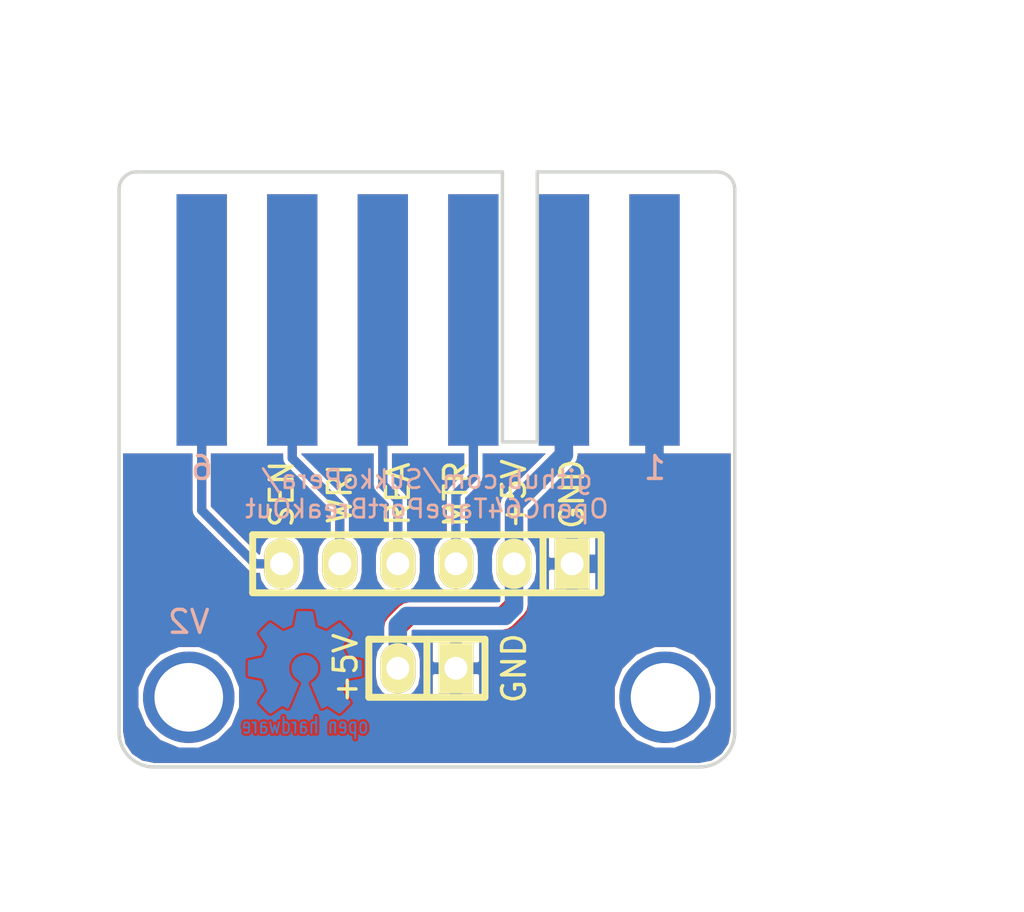
<source format=kicad_pcb>
(kicad_pcb (version 4) (host pcbnew 4.0.7)

  (general
    (links 14)
    (no_connects 0)
    (area 137.084999 86.919999 164.159001 113.105001)
    (thickness 1.6)
    (drawings 27)
    (tracks 49)
    (zones 0)
    (modules 6)
    (nets 7)
  )

  (page A4)
  (title_block
    (title OpenC64TapePortBreakOut)
    (date 2018-02-18)
    (rev 2)
    (company SukkoPera)
  )

  (layers
    (0 F.Cu signal)
    (31 B.Cu signal)
    (36 B.SilkS user)
    (37 F.SilkS user)
    (38 B.Mask user)
    (39 F.Mask user)
    (44 Edge.Cuts user)
    (47 F.CrtYd user)
    (49 F.Fab user)
  )

  (setup
    (last_trace_width 0.4)
    (trace_clearance 0.2)
    (zone_clearance 0.1)
    (zone_45_only no)
    (trace_min 0.2)
    (segment_width 0.2)
    (edge_width 0.15)
    (via_size 0.8)
    (via_drill 0.6)
    (via_min_size 0.4)
    (via_min_drill 0.3)
    (uvia_size 0.3)
    (uvia_drill 0.1)
    (uvias_allowed no)
    (uvia_min_size 0.2)
    (uvia_min_drill 0.1)
    (pcb_text_width 0.3)
    (pcb_text_size 1.5 1.5)
    (mod_edge_width 0.15)
    (mod_text_size 1 1)
    (mod_text_width 0.15)
    (pad_size 2.2 11)
    (pad_drill 0)
    (pad_to_mask_clearance 0)
    (aux_axis_origin 0 0)
    (visible_elements FFFFFF7F)
    (pcbplotparams
      (layerselection 0x010f0_80000001)
      (usegerberextensions false)
      (excludeedgelayer true)
      (linewidth 0.100000)
      (plotframeref false)
      (viasonmask false)
      (mode 1)
      (useauxorigin false)
      (hpglpennumber 1)
      (hpglpenspeed 20)
      (hpglpendiameter 15)
      (hpglpenoverlay 2)
      (psnegative false)
      (psa4output false)
      (plotreference true)
      (plotvalue true)
      (plotinvisibletext false)
      (padsonsilk false)
      (subtractmaskfromsilk false)
      (outputformat 1)
      (mirror false)
      (drillshape 0)
      (scaleselection 1)
      (outputdirectory gerbers/))
  )

  (net 0 "")
  (net 1 "Net-(J1-Pad1)")
  (net 2 "Net-(J1-Pad2)")
  (net 3 "Net-(J1-Pad3)")
  (net 4 "Net-(J1-Pad4)")
  (net 5 "Net-(J1-Pad5)")
  (net 6 "Net-(J1-Pad6)")

  (net_class Default "This is the default net class."
    (clearance 0.2)
    (trace_width 0.4)
    (via_dia 0.8)
    (via_drill 0.6)
    (uvia_dia 0.3)
    (uvia_drill 0.1)
    (add_net "Net-(J1-Pad1)")
    (add_net "Net-(J1-Pad2)")
    (add_net "Net-(J1-Pad3)")
    (add_net "Net-(J1-Pad4)")
    (add_net "Net-(J1-Pad5)")
    (add_net "Net-(J1-Pad6)")
  )

  (module C64TapePortBreakOut:C64-Cassette-Port-Male (layer F.Cu) (tedit 5A3EC815) (tstamp 5A3EC7E1)
    (at 150.134 98.972)
    (path /5A3ECFEF)
    (fp_text reference J1 (at 12.9 -1.1) (layer F.SilkS) hide
      (effects (font (size 1 1) (thickness 0.15)))
    )
    (fp_text value C64-CassettePort (at 1 1) (layer F.Fab) hide
      (effects (font (size 1 1) (thickness 0.15)))
    )
    (fp_arc (start -12.5 -11.5) (end -13 -11.5) (angle 90) (layer F.CrtYd) (width 0.15))
    (fp_arc (start 13.5 -11.5) (end 13.5 -12) (angle 90) (layer F.CrtYd) (width 0.15))
    (fp_line (start -13 -11.5) (end -13 0) (layer F.CrtYd) (width 0.15))
    (fp_line (start -13 0) (end 14 0) (layer F.CrtYd) (width 0.15))
    (fp_line (start 13.5 -12) (end 5.25 -12) (layer F.CrtYd) (width 0.15))
    (fp_line (start 5.25 -12) (end 5.25 -0.25) (layer F.CrtYd) (width 0.15))
    (fp_line (start 5.25 -0.25) (end 3.75 -0.25) (layer F.CrtYd) (width 0.15))
    (fp_line (start 3.75 -0.25) (end 3.75 -12) (layer F.CrtYd) (width 0.15))
    (fp_line (start 3.75 -12) (end -12.5 -12) (layer F.CrtYd) (width 0.15))
    (fp_line (start 14 0) (end 14 -11.5) (layer F.CrtYd) (width 0.15))
    (pad 1 smd rect (at 10.44 -5.5) (size 2.2 11) (layers F.Cu F.Mask)
      (net 1 "Net-(J1-Pad1)"))
    (pad 2 smd rect (at 6.48 -5.5) (size 2.2 11) (layers F.Cu F.Mask)
      (net 2 "Net-(J1-Pad2)"))
    (pad 3 smd rect (at 2.52 -5.5) (size 2.2 11) (layers F.Cu F.Mask)
      (net 3 "Net-(J1-Pad3)"))
    (pad 4 smd rect (at -1.44 -5.5) (size 2.2 11) (layers F.Cu F.Mask)
      (net 4 "Net-(J1-Pad4)"))
    (pad 5 smd rect (at -5.4 -5.5) (size 2.2 11) (layers F.Cu F.Mask)
      (net 5 "Net-(J1-Pad5)"))
    (pad 6 smd rect (at -9.36 -5.5) (size 2.2 11) (layers F.Cu F.Mask)
      (net 6 "Net-(J1-Pad6)"))
    (pad A smd rect (at 10.44 -5.5) (size 2.2 11) (layers B.Cu B.Mask)
      (net 1 "Net-(J1-Pad1)"))
    (pad B smd rect (at 6.48 -5.5) (size 2.2 11) (layers B.Cu B.Mask)
      (net 2 "Net-(J1-Pad2)"))
    (pad C smd rect (at 2.52 -5.5) (size 2.2 11) (layers B.Cu B.Mask)
      (net 3 "Net-(J1-Pad3)"))
    (pad D smd rect (at -1.44 -5.5) (size 2.2 11) (layers B.Cu B.Mask)
      (net 4 "Net-(J1-Pad4)"))
    (pad E smd rect (at -5.4 -5.5) (size 2.2 11) (layers B.Cu B.Mask)
      (net 5 "Net-(J1-Pad5)"))
    (pad F smd rect (at -9.36 -5.5) (size 2.2 11) (layers B.Cu B.Mask)
      (net 6 "Net-(J1-Pad6)"))
  )

  (module pin_strip:pin_strip_6 (layer F.Cu) (tedit 5A3EC805) (tstamp 5A3EC7EB)
    (at 150.622 104.14 180)
    (descr "Pin strip 6pin")
    (tags "CONN DEV")
    (path /5A3ED0A0)
    (fp_text reference J2 (at 0 -2.159 180) (layer F.SilkS) hide
      (effects (font (size 1.016 1.016) (thickness 0.2032)))
    )
    (fp_text value Conn_01x06 (at 0.254 -3.556 180) (layer F.SilkS) hide
      (effects (font (size 1.016 0.889) (thickness 0.2032)))
    )
    (fp_line (start -5.08 -1.27) (end -5.08 1.27) (layer F.SilkS) (width 0.3048))
    (fp_line (start -7.62 1.27) (end -7.62 -1.27) (layer F.SilkS) (width 0.3048))
    (fp_line (start -7.62 -1.27) (end 7.62 -1.27) (layer F.SilkS) (width 0.3048))
    (fp_line (start 7.62 -1.27) (end 7.62 1.27) (layer F.SilkS) (width 0.3048))
    (fp_line (start 7.62 1.27) (end -7.62 1.27) (layer F.SilkS) (width 0.3048))
    (pad 1 thru_hole rect (at -6.35 0 180) (size 1.524 2.19964) (drill 1.00076) (layers *.Cu *.Mask F.SilkS)
      (net 1 "Net-(J1-Pad1)"))
    (pad 2 thru_hole oval (at -3.81 0 180) (size 1.524 2.19964) (drill 1.00076) (layers *.Cu *.Mask F.SilkS)
      (net 2 "Net-(J1-Pad2)"))
    (pad 3 thru_hole oval (at -1.27 0 180) (size 1.524 2.19964) (drill 1.00076) (layers *.Cu *.Mask F.SilkS)
      (net 3 "Net-(J1-Pad3)"))
    (pad 4 thru_hole oval (at 1.27 0 180) (size 1.524 2.19964) (drill 1.00076) (layers *.Cu *.Mask F.SilkS)
      (net 4 "Net-(J1-Pad4)"))
    (pad 5 thru_hole oval (at 3.81 0 180) (size 1.524 2.19964) (drill 1.00076) (layers *.Cu *.Mask F.SilkS)
      (net 5 "Net-(J1-Pad5)"))
    (pad 6 thru_hole oval (at 6.35 0 180) (size 1.524 2.19964) (drill 1.00076) (layers *.Cu *.Mask F.SilkS)
      (net 6 "Net-(J1-Pad6)"))
    (model ../libKiCad/3d/pin_strip/pin_strip_6.wrl
      (at (xyz 0 0 0))
      (scale (xyz 1 1 1))
      (rotate (xyz 0 0 0))
    )
  )

  (module Mounting_Holes:MountingHole_3mm_Pad (layer F.Cu) (tedit 5A4B7885) (tstamp 5A3EC7F6)
    (at 140.208 109.982)
    (descr "Mounting Hole 3mm")
    (tags "mounting hole 3mm")
    (path /5A3ED41C)
    (fp_text reference J4 (at 0 -4) (layer F.SilkS) hide
      (effects (font (size 1 1) (thickness 0.15)))
    )
    (fp_text value SCREW_HOLE_1 (at 0 4) (layer F.Fab) hide
      (effects (font (size 1 1) (thickness 0.15)))
    )
    (fp_circle (center 0 0) (end 3 0) (layer Cmts.User) (width 0.15))
    (fp_circle (center 0 0) (end 3.25 0) (layer F.CrtYd) (width 0.05))
    (pad 1 thru_hole circle (at 0 0) (size 4 4) (drill 3) (layers *.Cu *.Mask))
  )

  (module Mounting_Holes:MountingHole_3mm_Pad (layer F.Cu) (tedit 5A4B7890) (tstamp 5A3EC7FB)
    (at 161.036 109.982)
    (descr "Mounting Hole 3mm")
    (tags "mounting hole 3mm")
    (path /5A3ED513)
    (fp_text reference J5 (at 0 -4) (layer F.SilkS) hide
      (effects (font (size 1 1) (thickness 0.15)))
    )
    (fp_text value SCREW_HOLE_2 (at 0 4) (layer F.Fab) hide
      (effects (font (size 1 1) (thickness 0.15)))
    )
    (fp_circle (center 0 0) (end 3 0) (layer Cmts.User) (width 0.15))
    (fp_circle (center 0 0) (end 3.25 0) (layer F.CrtYd) (width 0.05))
    (pad 1 thru_hole circle (at 0 0) (size 4 4) (drill 3) (layers *.Cu *.Mask))
  )

  (module C64TapePortBreakOut:pin_strip_2 (layer F.Cu) (tedit 5A3ECCCA) (tstamp 5A3EC7F1)
    (at 150.622 108.712 180)
    (descr "Pin strip 2pin")
    (tags "CONN DEV")
    (path /5A3ED28D)
    (fp_text reference J3 (at 0 -2.159 180) (layer F.SilkS) hide
      (effects (font (size 1.016 1.016) (thickness 0.2032)))
    )
    (fp_text value Conn_01x02 (at 0.254 -3.556 180) (layer F.SilkS) hide
      (effects (font (size 1.016 0.889) (thickness 0.2032)))
    )
    (fp_line (start 0 -1.27) (end 0 1.27) (layer F.SilkS) (width 0.3048))
    (fp_line (start 2.54 1.27) (end -2.54 1.27) (layer F.SilkS) (width 0.3048))
    (fp_line (start -2.54 -1.27) (end 2.54 -1.27) (layer F.SilkS) (width 0.3048))
    (fp_line (start -2.54 1.27) (end -2.54 -1.27) (layer F.SilkS) (width 0.3048))
    (fp_line (start 2.54 -1.27) (end 2.54 1.27) (layer F.SilkS) (width 0.3048))
    (pad 1 thru_hole rect (at -1.27 0 180) (size 1.524 2.19964) (drill 1.00076) (layers *.Cu *.Mask F.SilkS)
      (net 1 "Net-(J1-Pad1)"))
    (pad 2 thru_hole oval (at 1.27 0 180) (size 1.524 2.19964) (drill 1.00076) (layers *.Cu *.Mask F.SilkS)
      (net 2 "Net-(J1-Pad2)"))
    (model ../libKiCad/3d/pin_strip/pin_strip_2.wrl
      (at (xyz 0 0 0))
      (scale (xyz 1 1 1))
      (rotate (xyz 0 0 0))
    )
  )

  (module w_logo:Logo_copper_OSHW_6x6mm (layer B.Cu) (tedit 0) (tstamp 5A53E4BA)
    (at 145.288 108.458 180)
    (descr "Open Hardware Logo, 6x6mm")
    (fp_text reference G*** (at 0 0 180) (layer B.SilkS) hide
      (effects (font (size 0.22606 0.22606) (thickness 0.04318)) (justify mirror))
    )
    (fp_text value LOGO (at 0 -0.3 180) (layer B.SilkS) hide
      (effects (font (size 0.22606 0.22606) (thickness 0.04318)) (justify mirror))
    )
    (fp_line (start 2.16 -2.62) (end 2.16 -3.08) (layer B.Cu) (width 0.075))
    (fp_line (start 2.25 -2.62) (end 2.3 -2.62) (layer B.Cu) (width 0.075))
    (fp_line (start 2.2 -2.65) (end 2.25 -2.62) (layer B.Cu) (width 0.075))
    (fp_line (start 2.18 -2.67) (end 2.2 -2.65) (layer B.Cu) (width 0.075))
    (fp_line (start 2.16 -2.74) (end 2.18 -2.67) (layer B.Cu) (width 0.075))
    (fp_line (start 2.6 -3.08) (end 2.65 -3.05) (layer B.Cu) (width 0.075))
    (fp_line (start 2.5 -3.08) (end 2.6 -3.08) (layer B.Cu) (width 0.075))
    (fp_line (start 2.46 -3.05) (end 2.5 -3.08) (layer B.Cu) (width 0.075))
    (fp_line (start 2.44 -2.98) (end 2.46 -3.05) (layer B.Cu) (width 0.075))
    (fp_line (start 2.44 -2.71) (end 2.44 -2.98) (layer B.Cu) (width 0.075))
    (fp_line (start 2.47 -2.65) (end 2.44 -2.71) (layer B.Cu) (width 0.075))
    (fp_line (start 2.51 -2.62) (end 2.47 -2.65) (layer B.Cu) (width 0.075))
    (fp_line (start 2.61 -2.62) (end 2.51 -2.62) (layer B.Cu) (width 0.075))
    (fp_line (start 2.65 -2.66) (end 2.61 -2.62) (layer B.Cu) (width 0.075))
    (fp_line (start 2.67 -2.73) (end 2.65 -2.66) (layer B.Cu) (width 0.075))
    (fp_line (start 2.67 -2.85) (end 2.67 -2.73) (layer B.Cu) (width 0.075))
    (fp_line (start 2.67 -2.85) (end 2.44 -2.85) (layer B.Cu) (width 0.075))
    (fp_line (start 1.92 -2.71) (end 1.92 -3.08) (layer B.Cu) (width 0.075))
    (fp_line (start 1.89 -2.65) (end 1.92 -2.71) (layer B.Cu) (width 0.075))
    (fp_line (start 1.85 -2.62) (end 1.89 -2.65) (layer B.Cu) (width 0.075))
    (fp_line (start 1.75 -2.62) (end 1.85 -2.62) (layer B.Cu) (width 0.075))
    (fp_line (start 1.7 -2.65) (end 1.75 -2.62) (layer B.Cu) (width 0.075))
    (fp_line (start 1.76 -2.81) (end 1.71 -2.84) (layer B.Cu) (width 0.075))
    (fp_line (start 1.88 -2.81) (end 1.76 -2.81) (layer B.Cu) (width 0.075))
    (fp_line (start 1.92 -2.78) (end 1.88 -2.81) (layer B.Cu) (width 0.075))
    (fp_line (start 1.87 -3.08) (end 1.92 -3.04) (layer B.Cu) (width 0.075))
    (fp_line (start 1.75 -3.08) (end 1.87 -3.08) (layer B.Cu) (width 0.075))
    (fp_line (start 1.7 -3.04) (end 1.75 -3.08) (layer B.Cu) (width 0.075))
    (fp_line (start 1.68 -2.98) (end 1.7 -3.04) (layer B.Cu) (width 0.075))
    (fp_line (start 1.68 -2.91) (end 1.68 -2.98) (layer B.Cu) (width 0.075))
    (fp_line (start 1.71 -2.84) (end 1.68 -2.91) (layer B.Cu) (width 0.075))
    (fp_line (start 1.13 -2.62) (end 1.23 -3.08) (layer B.Cu) (width 0.075))
    (fp_line (start 1.23 -3.08) (end 1.32 -2.74) (layer B.Cu) (width 0.075))
    (fp_line (start 1.32 -2.74) (end 1.42 -3.08) (layer B.Cu) (width 0.075))
    (fp_line (start 1.42 -3.08) (end 1.52 -2.62) (layer B.Cu) (width 0.075))
    (fp_line (start 0.94 -3.05) (end 0.9 -3.08) (layer B.Cu) (width 0.075))
    (fp_line (start 0.9 -3.08) (end 0.79 -3.08) (layer B.Cu) (width 0.075))
    (fp_line (start 0.79 -3.08) (end 0.75 -3.05) (layer B.Cu) (width 0.075))
    (fp_line (start 0.75 -3.05) (end 0.73 -3.02) (layer B.Cu) (width 0.075))
    (fp_line (start 0.73 -3.02) (end 0.7 -2.95) (layer B.Cu) (width 0.075))
    (fp_line (start 0.7 -2.95) (end 0.7 -2.75) (layer B.Cu) (width 0.075))
    (fp_line (start 0.7 -2.75) (end 0.73 -2.68) (layer B.Cu) (width 0.075))
    (fp_line (start 0.73 -2.68) (end 0.75 -2.65) (layer B.Cu) (width 0.075))
    (fp_line (start 0.75 -2.65) (end 0.81 -2.61) (layer B.Cu) (width 0.075))
    (fp_line (start 0.81 -2.61) (end 0.88 -2.61) (layer B.Cu) (width 0.075))
    (fp_line (start 0.88 -2.61) (end 0.94 -2.65) (layer B.Cu) (width 0.075))
    (fp_line (start 0.94 -2.38) (end 0.94 -3.08) (layer B.Cu) (width 0.075))
    (fp_line (start 0.42 -2.74) (end 0.44 -2.67) (layer B.Cu) (width 0.075))
    (fp_line (start 0.44 -2.67) (end 0.46 -2.65) (layer B.Cu) (width 0.075))
    (fp_line (start 0.46 -2.65) (end 0.51 -2.62) (layer B.Cu) (width 0.075))
    (fp_line (start 0.51 -2.62) (end 0.56 -2.62) (layer B.Cu) (width 0.075))
    (fp_line (start 0.42 -2.62) (end 0.42 -3.08) (layer B.Cu) (width 0.075))
    (fp_line (start -0.03 -2.84) (end -0.06 -2.91) (layer B.Cu) (width 0.075))
    (fp_line (start -0.06 -2.91) (end -0.06 -2.98) (layer B.Cu) (width 0.075))
    (fp_line (start -0.06 -2.98) (end -0.04 -3.04) (layer B.Cu) (width 0.075))
    (fp_line (start -0.04 -3.04) (end 0.01 -3.08) (layer B.Cu) (width 0.075))
    (fp_line (start 0.01 -3.08) (end 0.13 -3.08) (layer B.Cu) (width 0.075))
    (fp_line (start 0.13 -3.08) (end 0.18 -3.04) (layer B.Cu) (width 0.075))
    (fp_line (start 0.18 -2.78) (end 0.14 -2.81) (layer B.Cu) (width 0.075))
    (fp_line (start 0.14 -2.81) (end 0.02 -2.81) (layer B.Cu) (width 0.075))
    (fp_line (start 0.02 -2.81) (end -0.03 -2.84) (layer B.Cu) (width 0.075))
    (fp_line (start -0.04 -2.65) (end 0.01 -2.62) (layer B.Cu) (width 0.075))
    (fp_line (start 0.01 -2.62) (end 0.11 -2.62) (layer B.Cu) (width 0.075))
    (fp_line (start 0.11 -2.62) (end 0.15 -2.65) (layer B.Cu) (width 0.075))
    (fp_line (start 0.15 -2.65) (end 0.18 -2.71) (layer B.Cu) (width 0.075))
    (fp_line (start 0.18 -2.71) (end 0.18 -3.08) (layer B.Cu) (width 0.075))
    (fp_line (start -0.49 -2.69) (end -0.47 -2.65) (layer B.Cu) (width 0.075))
    (fp_line (start -0.47 -2.65) (end -0.42 -2.62) (layer B.Cu) (width 0.075))
    (fp_line (start -0.42 -2.62) (end -0.34 -2.62) (layer B.Cu) (width 0.075))
    (fp_line (start -0.34 -2.62) (end -0.3 -2.65) (layer B.Cu) (width 0.075))
    (fp_line (start -0.3 -2.65) (end -0.28 -2.71) (layer B.Cu) (width 0.075))
    (fp_line (start -0.28 -2.71) (end -0.28 -3.08) (layer B.Cu) (width 0.075))
    (fp_line (start -0.49 -2.38) (end -0.49 -3.08) (layer B.Cu) (width 0.075))
    (fp_line (start -1.54 -2.85) (end -1.77 -2.85) (layer B.Cu) (width 0.075))
    (fp_line (start -1.32 -2.68) (end -1.3 -2.65) (layer B.Cu) (width 0.075))
    (fp_line (start -1.3 -2.65) (end -1.26 -2.62) (layer B.Cu) (width 0.075))
    (fp_line (start -1.26 -2.62) (end -1.17 -2.62) (layer B.Cu) (width 0.075))
    (fp_line (start -1.17 -2.62) (end -1.13 -2.65) (layer B.Cu) (width 0.075))
    (fp_line (start -1.13 -2.65) (end -1.11 -2.71) (layer B.Cu) (width 0.075))
    (fp_line (start -1.11 -2.71) (end -1.11 -3.08) (layer B.Cu) (width 0.075))
    (fp_line (start -1.32 -2.62) (end -1.32 -3.08) (layer B.Cu) (width 0.075))
    (fp_line (start -1.54 -2.85) (end -1.54 -2.73) (layer B.Cu) (width 0.075))
    (fp_line (start -1.54 -2.73) (end -1.56 -2.66) (layer B.Cu) (width 0.075))
    (fp_line (start -1.56 -2.66) (end -1.6 -2.62) (layer B.Cu) (width 0.075))
    (fp_line (start -1.6 -2.62) (end -1.7 -2.62) (layer B.Cu) (width 0.075))
    (fp_line (start -1.7 -2.62) (end -1.74 -2.65) (layer B.Cu) (width 0.075))
    (fp_line (start -1.74 -2.65) (end -1.77 -2.71) (layer B.Cu) (width 0.075))
    (fp_line (start -1.77 -2.71) (end -1.77 -2.98) (layer B.Cu) (width 0.075))
    (fp_line (start -1.77 -2.98) (end -1.75 -3.05) (layer B.Cu) (width 0.075))
    (fp_line (start -1.75 -3.05) (end -1.71 -3.08) (layer B.Cu) (width 0.075))
    (fp_line (start -1.71 -3.08) (end -1.61 -3.08) (layer B.Cu) (width 0.075))
    (fp_line (start -1.61 -3.08) (end -1.56 -3.05) (layer B.Cu) (width 0.075))
    (fp_line (start -2.2 -2.65) (end -2.16 -2.62) (layer B.Cu) (width 0.075))
    (fp_line (start -2.16 -2.62) (end -2.06 -2.62) (layer B.Cu) (width 0.075))
    (fp_line (start -2.06 -2.62) (end -2.02 -2.65) (layer B.Cu) (width 0.075))
    (fp_line (start -2.02 -2.65) (end -1.99 -2.68) (layer B.Cu) (width 0.075))
    (fp_line (start -1.99 -2.68) (end -1.97 -2.74) (layer B.Cu) (width 0.075))
    (fp_line (start -1.97 -2.74) (end -1.97 -2.96) (layer B.Cu) (width 0.075))
    (fp_line (start -1.97 -2.96) (end -1.99 -3.02) (layer B.Cu) (width 0.075))
    (fp_line (start -1.99 -3.02) (end -2.01 -3.05) (layer B.Cu) (width 0.075))
    (fp_line (start -2.01 -3.05) (end -2.05 -3.08) (layer B.Cu) (width 0.075))
    (fp_line (start -2.05 -3.08) (end -2.15 -3.08) (layer B.Cu) (width 0.075))
    (fp_line (start -2.15 -3.08) (end -2.2 -3.05) (layer B.Cu) (width 0.075))
    (fp_line (start -2.2 -3.32) (end -2.2 -2.62) (layer B.Cu) (width 0.075))
    (fp_line (start -2.51 -2.62) (end -2.59 -2.62) (layer B.Cu) (width 0.075))
    (fp_line (start -2.59 -2.62) (end -2.63 -2.65) (layer B.Cu) (width 0.075))
    (fp_line (start -2.63 -2.65) (end -2.65 -2.68) (layer B.Cu) (width 0.075))
    (fp_line (start -2.65 -2.68) (end -2.68 -2.75) (layer B.Cu) (width 0.075))
    (fp_line (start -2.59 -3.08) (end -2.51 -3.08) (layer B.Cu) (width 0.075))
    (fp_line (start -2.51 -3.08) (end -2.46 -3.05) (layer B.Cu) (width 0.075))
    (fp_line (start -2.46 -3.05) (end -2.44 -3.02) (layer B.Cu) (width 0.075))
    (fp_line (start -2.44 -3.02) (end -2.42 -2.95) (layer B.Cu) (width 0.075))
    (fp_line (start -2.42 -2.95) (end -2.42 -2.75) (layer B.Cu) (width 0.075))
    (fp_line (start -2.42 -2.75) (end -2.44 -2.69) (layer B.Cu) (width 0.075))
    (fp_line (start -2.44 -2.69) (end -2.46 -2.66) (layer B.Cu) (width 0.075))
    (fp_line (start -2.46 -2.66) (end -2.51 -2.62) (layer B.Cu) (width 0.075))
    (fp_line (start -2.68 -2.75) (end -2.68 -2.95) (layer B.Cu) (width 0.075))
    (fp_line (start -2.68 -2.95) (end -2.66 -3.01) (layer B.Cu) (width 0.075))
    (fp_line (start -2.66 -3.01) (end -2.64 -3.04) (layer B.Cu) (width 0.075))
    (fp_line (start -2.64 -3.04) (end -2.59 -3.08) (layer B.Cu) (width 0.075))
    (fp_poly (pts (xy -1.51384 -2.24536) (xy -1.48844 -2.23012) (xy -1.43002 -2.19456) (xy -1.3462 -2.13868)
      (xy -1.24714 -2.07264) (xy -1.14808 -2.0066) (xy -1.0668 -1.95326) (xy -1.01092 -1.91516)
      (xy -0.98552 -1.90246) (xy -0.97282 -1.90754) (xy -0.9271 -1.9304) (xy -0.85852 -1.96596)
      (xy -0.81788 -1.98628) (xy -0.75692 -2.01168) (xy -0.7239 -2.0193) (xy -0.71882 -2.00914)
      (xy -0.69596 -1.96088) (xy -0.6604 -1.8796) (xy -0.61468 -1.77038) (xy -0.5588 -1.64338)
      (xy -0.50292 -1.50876) (xy -0.4445 -1.36906) (xy -0.38862 -1.23444) (xy -0.34036 -1.11506)
      (xy -0.29972 -1.01854) (xy -0.27432 -0.94996) (xy -0.26416 -0.92202) (xy -0.2667 -0.9144)
      (xy -0.29972 -0.88392) (xy -0.35306 -0.84328) (xy -0.47244 -0.74676) (xy -0.58928 -0.60198)
      (xy -0.6604 -0.43688) (xy -0.68326 -0.25146) (xy -0.66294 -0.08128) (xy -0.5969 0.08128)
      (xy -0.4826 0.2286) (xy -0.3429 0.33782) (xy -0.18034 0.4064) (xy 0 0.42926)
      (xy 0.17272 0.40894) (xy 0.34036 0.3429) (xy 0.48768 0.23114) (xy 0.55118 0.16002)
      (xy 0.63754 0.01016) (xy 0.6858 -0.14732) (xy 0.69088 -0.18796) (xy 0.68326 -0.36322)
      (xy 0.63246 -0.5334) (xy 0.53848 -0.68326) (xy 0.40894 -0.80772) (xy 0.3937 -0.81788)
      (xy 0.33528 -0.8636) (xy 0.29464 -0.89408) (xy 0.26416 -0.91948) (xy 0.48768 -1.45796)
      (xy 0.52324 -1.54178) (xy 0.5842 -1.6891) (xy 0.63754 -1.8161) (xy 0.68072 -1.9177)
      (xy 0.7112 -1.98374) (xy 0.7239 -2.01168) (xy 0.7239 -2.01422) (xy 0.74422 -2.01676)
      (xy 0.78486 -2.00152) (xy 0.86106 -1.96596) (xy 0.90932 -1.94056) (xy 0.96774 -1.91262)
      (xy 0.99314 -1.90246) (xy 1.016 -1.91516) (xy 1.06934 -1.95072) (xy 1.15062 -2.00406)
      (xy 1.24714 -2.06756) (xy 1.33858 -2.13106) (xy 1.4224 -2.18694) (xy 1.48336 -2.22504)
      (xy 1.51384 -2.24282) (xy 1.51892 -2.24282) (xy 1.54432 -2.22758) (xy 1.59258 -2.18694)
      (xy 1.66624 -2.11836) (xy 1.77038 -2.01422) (xy 1.78562 -1.99898) (xy 1.87198 -1.91262)
      (xy 1.94056 -1.83896) (xy 1.98628 -1.78816) (xy 2.00406 -1.7653) (xy 2.00406 -1.7653)
      (xy 1.98882 -1.73482) (xy 1.95072 -1.67386) (xy 1.89484 -1.5875) (xy 1.82626 -1.48844)
      (xy 1.64846 -1.22936) (xy 1.74498 -0.98552) (xy 1.77546 -0.90932) (xy 1.81356 -0.82042)
      (xy 1.8415 -0.75438) (xy 1.85674 -0.72644) (xy 1.88214 -0.71628) (xy 1.95072 -0.70104)
      (xy 2.04724 -0.68072) (xy 2.16154 -0.6604) (xy 2.2733 -0.64008) (xy 2.37236 -0.61976)
      (xy 2.44348 -0.60706) (xy 2.4765 -0.59944) (xy 2.48412 -0.59436) (xy 2.49174 -0.57912)
      (xy 2.49428 -0.5461) (xy 2.49682 -0.48514) (xy 2.49936 -0.39116) (xy 2.49936 -0.25146)
      (xy 2.49936 -0.23622) (xy 2.49682 -0.10668) (xy 2.49428 0) (xy 2.49174 0.06604)
      (xy 2.48666 0.09398) (xy 2.48666 0.09398) (xy 2.45618 0.1016) (xy 2.38506 0.11684)
      (xy 2.286 0.13462) (xy 2.16662 0.15748) (xy 2.159 0.16002) (xy 2.04216 0.18288)
      (xy 1.9431 0.2032) (xy 1.87198 0.21844) (xy 1.84404 0.2286) (xy 1.83642 0.23622)
      (xy 1.81356 0.28194) (xy 1.78054 0.3556) (xy 1.7399 0.4445) (xy 1.7018 0.53848)
      (xy 1.66878 0.6223) (xy 1.64592 0.68326) (xy 1.6383 0.7112) (xy 1.64084 0.71374)
      (xy 1.65862 0.74168) (xy 1.69926 0.80264) (xy 1.75514 0.88646) (xy 1.82372 0.98806)
      (xy 1.8288 0.99568) (xy 1.89738 1.09474) (xy 1.95326 1.1811) (xy 1.98882 1.23952)
      (xy 2.00406 1.26746) (xy 2.00406 1.27) (xy 1.9812 1.30048) (xy 1.9304 1.35636)
      (xy 1.85674 1.43256) (xy 1.77038 1.52146) (xy 1.74244 1.54686) (xy 1.64338 1.64338)
      (xy 1.57734 1.70434) (xy 1.53416 1.73736) (xy 1.51384 1.74498) (xy 1.51384 1.74498)
      (xy 1.48336 1.7272) (xy 1.41986 1.68656) (xy 1.33604 1.62814) (xy 1.23444 1.55956)
      (xy 1.22682 1.55448) (xy 1.12776 1.4859) (xy 1.04394 1.43002) (xy 0.98552 1.38938)
      (xy 0.95758 1.37414) (xy 0.95504 1.37414) (xy 0.9144 1.38684) (xy 0.84328 1.41224)
      (xy 0.75438 1.44526) (xy 0.66294 1.48336) (xy 0.57912 1.51892) (xy 0.51562 1.54686)
      (xy 0.48514 1.56464) (xy 0.48514 1.56464) (xy 0.47498 1.6002) (xy 0.4572 1.6764)
      (xy 0.43688 1.778) (xy 0.41148 1.89992) (xy 0.40894 1.92024) (xy 0.38608 2.03962)
      (xy 0.3683 2.13868) (xy 0.35306 2.20726) (xy 0.34544 2.2352) (xy 0.3302 2.23774)
      (xy 0.27178 2.24282) (xy 0.18288 2.24536) (xy 0.07366 2.24536) (xy -0.0381 2.24536)
      (xy -0.14732 2.24282) (xy -0.2413 2.24028) (xy -0.30988 2.2352) (xy -0.33782 2.23012)
      (xy -0.33782 2.22758) (xy -0.34798 2.18948) (xy -0.36576 2.11582) (xy -0.38608 2.01168)
      (xy -0.40894 1.88976) (xy -0.41402 1.8669) (xy -0.43688 1.75006) (xy -0.4572 1.651)
      (xy -0.4699 1.58496) (xy -0.47752 1.55702) (xy -0.49022 1.55194) (xy -0.53848 1.53162)
      (xy -0.61722 1.4986) (xy -0.71628 1.45796) (xy -0.94488 1.36652) (xy -1.22682 1.55702)
      (xy -1.25222 1.5748) (xy -1.35382 1.64338) (xy -1.4351 1.69926) (xy -1.49352 1.73736)
      (xy -1.51638 1.75006) (xy -1.51892 1.75006) (xy -1.54686 1.72466) (xy -1.60274 1.67132)
      (xy -1.67894 1.59766) (xy -1.76784 1.5113) (xy -1.83134 1.44526) (xy -1.91008 1.36652)
      (xy -1.95834 1.31318) (xy -1.98628 1.28016) (xy -1.9939 1.25984) (xy -1.99136 1.2446)
      (xy -1.97358 1.21666) (xy -1.93294 1.1557) (xy -1.87452 1.06934) (xy -1.80594 0.97028)
      (xy -1.75006 0.88646) (xy -1.6891 0.79248) (xy -1.651 0.72644) (xy -1.63576 0.69342)
      (xy -1.64084 0.68072) (xy -1.65862 0.62484) (xy -1.69418 0.54102) (xy -1.73482 0.44196)
      (xy -1.83388 0.22098) (xy -1.97866 0.19304) (xy -2.06756 0.17526) (xy -2.18948 0.1524)
      (xy -2.30886 0.12954) (xy -2.49174 0.09398) (xy -2.49936 -0.58166) (xy -2.47142 -0.59436)
      (xy -2.44348 -0.60198) (xy -2.3749 -0.61722) (xy -2.27838 -0.63754) (xy -2.16154 -0.65786)
      (xy -2.06502 -0.67564) (xy -1.96596 -0.69596) (xy -1.89484 -0.70866) (xy -1.86436 -0.71628)
      (xy -1.8542 -0.72644) (xy -1.83134 -0.7747) (xy -1.79578 -0.8509) (xy -1.75514 -0.94234)
      (xy -1.71704 -1.03632) (xy -1.68148 -1.12522) (xy -1.65862 -1.19126) (xy -1.64846 -1.22428)
      (xy -1.66116 -1.25222) (xy -1.69926 -1.31064) (xy -1.7526 -1.39192) (xy -1.82118 -1.49098)
      (xy -1.88722 -1.5875) (xy -1.94564 -1.67132) (xy -1.98374 -1.73228) (xy -2.00152 -1.76022)
      (xy -1.99136 -1.778) (xy -1.95326 -1.82626) (xy -1.8796 -1.90246) (xy -1.76784 -2.01168)
      (xy -1.75006 -2.02946) (xy -1.6637 -2.11328) (xy -1.59004 -2.18186) (xy -1.5367 -2.22758)
      (xy -1.51384 -2.24536)) (layer B.Cu) (width 0.00254))
  )

  (dimension 26.035 (width 0.3) (layer F.Fab)
    (gr_text "26,035 mm" (at 174.07 100.0125 270) (layer F.Fab)
      (effects (font (size 1.5 1.5) (thickness 0.3)))
    )
    (feature1 (pts (xy 164.084 113.03) (xy 175.42 113.03)))
    (feature2 (pts (xy 164.084 86.995) (xy 175.42 86.995)))
    (crossbar (pts (xy 172.72 86.995) (xy 172.72 113.03)))
    (arrow1a (pts (xy 172.72 113.03) (xy 172.133579 111.903496)))
    (arrow1b (pts (xy 172.72 113.03) (xy 173.306421 111.903496)))
    (arrow2a (pts (xy 172.72 86.995) (xy 172.133579 88.121504)))
    (arrow2b (pts (xy 172.72 86.995) (xy 173.306421 88.121504)))
  )
  (dimension 26.924 (width 0.3) (layer F.Fab)
    (gr_text "26,924 mm" (at 150.622 81.326449) (layer F.Fab)
      (effects (font (size 1.5 1.5) (thickness 0.3)))
    )
    (feature1 (pts (xy 137.16 86.995) (xy 137.16 79.976449)))
    (feature2 (pts (xy 164.084 86.995) (xy 164.084 79.976449)))
    (crossbar (pts (xy 164.084 82.676449) (xy 137.16 82.676449)))
    (arrow1a (pts (xy 137.16 82.676449) (xy 138.286504 82.090028)))
    (arrow1b (pts (xy 137.16 82.676449) (xy 138.286504 83.26287)))
    (arrow2a (pts (xy 164.084 82.676449) (xy 162.957496 82.090028)))
    (arrow2b (pts (xy 164.084 82.676449) (xy 162.957496 83.26287)))
  )
  (gr_text "github.com/SukkoPera/\nOpenC64TapePortBreakOut" (at 150.622 101.092) (layer B.SilkS)
    (effects (font (size 0.8 0.8) (thickness 0.12)) (justify mirror))
  )
  (gr_text V2 (at 140.208 106.68) (layer B.SilkS)
    (effects (font (size 1 1) (thickness 0.15)) (justify mirror))
  )
  (gr_text 6 (at 140.7795 99.949) (layer B.SilkS) (tstamp 5A3ECBD5)
    (effects (font (size 1 1) (thickness 0.15)) (justify mirror))
  )
  (gr_text 1 (at 160.5915 99.949) (layer B.SilkS) (tstamp 5A3ECBC1)
    (effects (font (size 1 1) (thickness 0.15)) (justify mirror))
  )
  (gr_text +5V (at 147.066 108.712 90) (layer F.SilkS) (tstamp 5A3ECB9F)
    (effects (font (size 1 1) (thickness 0.15)))
  )
  (gr_text GND (at 154.432 108.712 90) (layer F.SilkS) (tstamp 5A3ECB91)
    (effects (font (size 1 1) (thickness 0.15)))
  )
  (gr_text SEN (at 144.272 101.092 90) (layer F.SilkS) (tstamp 5A3ECB5A)
    (effects (font (size 1 1) (thickness 0.15)))
  )
  (gr_text WRI (at 146.812 101.092 90) (layer F.SilkS) (tstamp 5A3ECB58)
    (effects (font (size 1 1) (thickness 0.15)))
  )
  (gr_text REA (at 149.352 101.092 90) (layer F.SilkS) (tstamp 5A3ECB55)
    (effects (font (size 1 1) (thickness 0.15)))
  )
  (gr_text MTR (at 151.892 101.092 90) (layer F.SilkS) (tstamp 5A3ECB43)
    (effects (font (size 1 1) (thickness 0.15)))
  )
  (gr_text +5V (at 154.432 101.092 90) (layer F.SilkS) (tstamp 5A3ECB3F)
    (effects (font (size 1 1) (thickness 0.15)))
  )
  (gr_text GND (at 156.972 101.092 90) (layer F.SilkS)
    (effects (font (size 1 1) (thickness 0.15)))
  )
  (gr_arc (start 163.322 87.757) (end 163.322 86.995) (angle 90) (layer Edge.Cuts) (width 0.15))
  (gr_arc (start 137.922 87.757) (end 137.16 87.757) (angle 90) (layer Edge.Cuts) (width 0.15))
  (gr_arc (start 138.684 111.506) (end 138.684 113.03) (angle 90) (layer Edge.Cuts) (width 0.15))
  (gr_arc (start 162.56 111.506) (end 164.084 111.506) (angle 90) (layer Edge.Cuts) (width 0.15))
  (gr_line (start 164.084 87.757) (end 164.084 99.06) (layer Edge.Cuts) (width 0.15))
  (gr_line (start 155.448 86.995) (end 163.322 86.995) (layer Edge.Cuts) (width 0.15))
  (gr_line (start 155.448 98.806) (end 155.448 86.995) (layer Edge.Cuts) (width 0.15))
  (gr_line (start 153.924 98.806) (end 155.448 98.806) (layer Edge.Cuts) (width 0.15))
  (gr_line (start 153.924 86.995) (end 153.924 98.806) (layer Edge.Cuts) (width 0.15))
  (gr_line (start 137.922 86.995) (end 153.924 86.995) (layer Edge.Cuts) (width 0.15))
  (gr_line (start 137.16 111.506) (end 137.16 87.757) (layer Edge.Cuts) (width 0.15))
  (gr_line (start 162.56 113.03) (end 138.684 113.03) (layer Edge.Cuts) (width 0.15))
  (gr_line (start 164.084 99.06) (end 164.084 111.506) (layer Edge.Cuts) (width 0.15))

  (segment (start 156.972 104.14) (end 158.134 104.14) (width 0.8) (layer B.Cu) (net 1))
  (segment (start 158.134 104.14) (end 160.574 101.7) (width 0.8) (layer B.Cu) (net 1))
  (segment (start 160.574 101.7) (end 160.574 99.372) (width 0.8) (layer B.Cu) (net 1))
  (segment (start 160.574 99.372) (end 160.574 93.472) (width 0.8) (layer B.Cu) (net 1))
  (segment (start 156.972 104.14) (end 158.134 104.14) (width 0.8) (layer F.Cu) (net 1))
  (segment (start 160.574 99.372) (end 160.574 93.472) (width 0.8) (layer F.Cu) (net 1))
  (segment (start 160.574 101.7) (end 160.574 99.372) (width 0.8) (layer F.Cu) (net 1))
  (segment (start 158.134 104.14) (end 160.574 101.7) (width 0.8) (layer F.Cu) (net 1))
  (segment (start 154.432 104.14) (end 154.432 106.03982) (width 0.8) (layer B.Cu) (net 2))
  (segment (start 154.432 106.03982) (end 154.04582 106.426) (width 0.8) (layer B.Cu) (net 2))
  (segment (start 154.04582 106.426) (end 149.73818 106.426) (width 0.8) (layer B.Cu) (net 2))
  (segment (start 149.73818 106.426) (end 149.352 106.81218) (width 0.8) (layer B.Cu) (net 2))
  (segment (start 149.352 106.81218) (end 149.352 108.712) (width 0.8) (layer B.Cu) (net 2))
  (segment (start 154.432 104.14) (end 154.432 105.918) (width 0.8) (layer F.Cu) (net 2))
  (segment (start 154.432 105.918) (end 153.924 106.426) (width 0.8) (layer F.Cu) (net 2))
  (segment (start 153.924 106.426) (end 149.86 106.426) (width 0.8) (layer F.Cu) (net 2))
  (segment (start 149.86 106.426) (end 149.352 106.934) (width 0.8) (layer F.Cu) (net 2))
  (segment (start 149.352 106.934) (end 149.352 108.712) (width 0.8) (layer F.Cu) (net 2))
  (segment (start 154.432 104.14) (end 154.432 104.47782) (width 0.8) (layer B.Cu) (net 2))
  (segment (start 154.432 101.554) (end 154.432 104.14) (width 0.8) (layer B.Cu) (net 2))
  (segment (start 156.614 93.472) (end 156.614 99.372) (width 0.8) (layer B.Cu) (net 2))
  (segment (start 156.614 99.372) (end 154.432 101.554) (width 0.8) (layer B.Cu) (net 2))
  (segment (start 154.432 101.554) (end 154.432 104.14) (width 0.8) (layer F.Cu) (net 2))
  (segment (start 156.614 93.472) (end 156.614 99.372) (width 0.8) (layer F.Cu) (net 2))
  (segment (start 156.614 99.372) (end 154.432 101.554) (width 0.8) (layer F.Cu) (net 2))
  (segment (start 151.892 101.092) (end 151.892 104.14) (width 0.4) (layer B.Cu) (net 3))
  (segment (start 152.654 100.33) (end 151.892 101.092) (width 0.4) (layer B.Cu) (net 3))
  (segment (start 152.654 93.472) (end 152.654 100.33) (width 0.4) (layer B.Cu) (net 3))
  (segment (start 152.654 100.33) (end 151.892 101.092) (width 0.4) (layer F.Cu) (net 3))
  (segment (start 151.892 101.092) (end 151.892 104.14) (width 0.4) (layer F.Cu) (net 3))
  (segment (start 152.654 93.472) (end 152.654 100.33) (width 0.4) (layer F.Cu) (net 3))
  (segment (start 148.694 100.688) (end 149.352 101.346) (width 0.4) (layer B.Cu) (net 4))
  (segment (start 149.352 101.346) (end 149.352 104.14) (width 0.4) (layer B.Cu) (net 4))
  (segment (start 148.694 93.472) (end 148.694 100.688) (width 0.4) (layer B.Cu) (net 4))
  (segment (start 148.694 100.688) (end 149.352 101.346) (width 0.4) (layer F.Cu) (net 4))
  (segment (start 149.352 101.346) (end 149.352 104.14) (width 0.4) (layer F.Cu) (net 4))
  (segment (start 148.694 93.472) (end 148.694 100.688) (width 0.4) (layer F.Cu) (net 4))
  (segment (start 144.734 99.522) (end 146.812 101.6) (width 0.4) (layer B.Cu) (net 5))
  (segment (start 146.812 101.6) (end 146.812 104.14) (width 0.4) (layer B.Cu) (net 5))
  (segment (start 144.734 93.472) (end 144.734 99.522) (width 0.4) (layer B.Cu) (net 5))
  (segment (start 144.734 99.522) (end 146.812 101.6) (width 0.4) (layer F.Cu) (net 5))
  (segment (start 146.812 101.6) (end 146.812 104.14) (width 0.4) (layer F.Cu) (net 5))
  (segment (start 144.734 93.472) (end 144.734 99.522) (width 0.4) (layer F.Cu) (net 5))
  (segment (start 140.774 93.472) (end 140.774 101.804) (width 0.4) (layer B.Cu) (net 6))
  (segment (start 140.774 101.804) (end 143.11 104.14) (width 0.4) (layer B.Cu) (net 6))
  (segment (start 143.11 104.14) (end 144.272 104.14) (width 0.4) (layer B.Cu) (net 6))
  (segment (start 140.774 93.472) (end 140.774 101.804) (width 0.4) (layer F.Cu) (net 6))
  (segment (start 140.774 101.804) (end 143.11 104.14) (width 0.4) (layer F.Cu) (net 6))
  (segment (start 143.11 104.14) (end 144.272 104.14) (width 0.4) (layer F.Cu) (net 6))

  (zone (net 1) (net_name "Net-(J1-Pad1)") (layer B.Cu) (tstamp 0) (hatch edge 0.508)
    (connect_pads (clearance 0.1))
    (min_thickness 0.0254)
    (fill yes (arc_segments 16) (thermal_gap 0.254) (thermal_bridge_width 0.508))
    (polygon
      (pts
        (xy 134.62 99.314) (xy 167.64 99.314) (xy 167.64 116.84) (xy 134.62 116.84)
      )
    )
    (filled_polygon
      (pts
        (xy 140.3613 101.804) (xy 140.392715 101.961934) (xy 140.482177 102.095823) (xy 142.818177 104.431823) (xy 142.952066 104.521285)
        (xy 143.11 104.5527) (xy 143.30708 104.5527) (xy 143.371495 104.876536) (xy 143.582783 105.192751) (xy 143.898998 105.404039)
        (xy 144.272 105.478234) (xy 144.645002 105.404039) (xy 144.961217 105.192751) (xy 145.172505 104.876536) (xy 145.2467 104.503534)
        (xy 145.2467 103.776466) (xy 145.172505 103.403464) (xy 144.961217 103.087249) (xy 144.645002 102.875961) (xy 144.272 102.801766)
        (xy 143.898998 102.875961) (xy 143.582783 103.087249) (xy 143.371495 103.403464) (xy 143.30708 103.7273) (xy 143.280946 103.7273)
        (xy 141.1867 101.633054) (xy 141.1867 99.3267) (xy 144.3213 99.3267) (xy 144.3213 99.522) (xy 144.352715 99.679934)
        (xy 144.442177 99.813823) (xy 146.3993 101.770946) (xy 146.3993 102.902486) (xy 146.122783 103.087249) (xy 145.911495 103.403464)
        (xy 145.8373 103.776466) (xy 145.8373 104.503534) (xy 145.911495 104.876536) (xy 146.122783 105.192751) (xy 146.438998 105.404039)
        (xy 146.812 105.478234) (xy 147.185002 105.404039) (xy 147.501217 105.192751) (xy 147.712505 104.876536) (xy 147.7867 104.503534)
        (xy 147.7867 103.776466) (xy 147.712505 103.403464) (xy 147.501217 103.087249) (xy 147.2247 102.902486) (xy 147.2247 101.6)
        (xy 147.193285 101.442067) (xy 147.193285 101.442066) (xy 147.103823 101.308177) (xy 145.1467 99.351054) (xy 145.1467 99.3267)
        (xy 148.2813 99.3267) (xy 148.2813 100.688) (xy 148.312715 100.845934) (xy 148.402177 100.979823) (xy 148.9393 101.516946)
        (xy 148.9393 102.902486) (xy 148.662783 103.087249) (xy 148.451495 103.403464) (xy 148.3773 103.776466) (xy 148.3773 104.503534)
        (xy 148.451495 104.876536) (xy 148.662783 105.192751) (xy 148.978998 105.404039) (xy 149.352 105.478234) (xy 149.725002 105.404039)
        (xy 150.041217 105.192751) (xy 150.252505 104.876536) (xy 150.3267 104.503534) (xy 150.3267 103.776466) (xy 150.252505 103.403464)
        (xy 150.041217 103.087249) (xy 149.7647 102.902486) (xy 149.7647 101.346) (xy 149.733285 101.188067) (xy 149.643823 101.054177)
        (xy 149.1067 100.517054) (xy 149.1067 99.3267) (xy 152.2413 99.3267) (xy 152.2413 100.159054) (xy 151.600177 100.800177)
        (xy 151.510715 100.934066) (xy 151.483818 101.069285) (xy 151.4793 101.092) (xy 151.4793 102.902486) (xy 151.202783 103.087249)
        (xy 150.991495 103.403464) (xy 150.9173 103.776466) (xy 150.9173 104.503534) (xy 150.991495 104.876536) (xy 151.202783 105.192751)
        (xy 151.518998 105.404039) (xy 151.892 105.478234) (xy 152.265002 105.404039) (xy 152.581217 105.192751) (xy 152.792505 104.876536)
        (xy 152.8667 104.503534) (xy 152.8667 103.776466) (xy 152.792505 103.403464) (xy 152.581217 103.087249) (xy 152.3047 102.902486)
        (xy 152.3047 101.262946) (xy 152.945823 100.621823) (xy 153.035285 100.487934) (xy 153.0667 100.33) (xy 153.0667 99.3267)
        (xy 155.792812 99.3267) (xy 153.998756 101.120756) (xy 153.865939 101.31953) (xy 153.8193 101.554) (xy 153.8193 103.036122)
        (xy 153.742783 103.087249) (xy 153.531495 103.403464) (xy 153.4573 103.776466) (xy 153.4573 104.503534) (xy 153.531495 104.876536)
        (xy 153.742783 105.192751) (xy 153.8193 105.243878) (xy 153.8193 105.786032) (xy 153.792032 105.8133) (xy 149.73818 105.8133)
        (xy 149.50371 105.859939) (xy 149.304936 105.992756) (xy 148.918756 106.378936) (xy 148.785939 106.57771) (xy 148.7393 106.81218)
        (xy 148.7393 107.608122) (xy 148.662783 107.659249) (xy 148.451495 107.975464) (xy 148.3773 108.348466) (xy 148.3773 109.075534)
        (xy 148.451495 109.448536) (xy 148.662783 109.764751) (xy 148.978998 109.976039) (xy 149.352 110.050234) (xy 149.725002 109.976039)
        (xy 150.041217 109.764751) (xy 150.252505 109.448536) (xy 150.3267 109.075534) (xy 150.3267 109.019975) (xy 150.8633 109.019975)
        (xy 150.8633 109.86487) (xy 150.903903 109.962893) (xy 150.978927 110.037917) (xy 151.07695 110.07852) (xy 151.584025 110.07852)
        (xy 151.6507 110.011845) (xy 151.6507 108.9533) (xy 152.1333 108.9533) (xy 152.1333 110.011845) (xy 152.199975 110.07852)
        (xy 152.70705 110.07852) (xy 152.805073 110.037917) (xy 152.880097 109.962893) (xy 152.9207 109.86487) (xy 152.9207 109.019975)
        (xy 152.854025 108.9533) (xy 152.1333 108.9533) (xy 151.6507 108.9533) (xy 150.929975 108.9533) (xy 150.8633 109.019975)
        (xy 150.3267 109.019975) (xy 150.3267 108.348466) (xy 150.252505 107.975464) (xy 150.041217 107.659249) (xy 149.9647 107.608122)
        (xy 149.9647 107.55913) (xy 150.8633 107.55913) (xy 150.8633 108.404025) (xy 150.929975 108.4707) (xy 151.6507 108.4707)
        (xy 151.6507 107.412155) (xy 152.1333 107.412155) (xy 152.1333 108.4707) (xy 152.854025 108.4707) (xy 152.9207 108.404025)
        (xy 152.9207 107.55913) (xy 152.880097 107.461107) (xy 152.805073 107.386083) (xy 152.70705 107.34548) (xy 152.199975 107.34548)
        (xy 152.1333 107.412155) (xy 151.6507 107.412155) (xy 151.584025 107.34548) (xy 151.07695 107.34548) (xy 150.978927 107.386083)
        (xy 150.903903 107.461107) (xy 150.8633 107.55913) (xy 149.9647 107.55913) (xy 149.9647 107.065968) (xy 149.991968 107.0387)
        (xy 154.04582 107.0387) (xy 154.28029 106.992061) (xy 154.479064 106.859244) (xy 154.865244 106.473064) (xy 154.998061 106.27429)
        (xy 155.0447 106.03982) (xy 155.0447 105.243878) (xy 155.121217 105.192751) (xy 155.332505 104.876536) (xy 155.4067 104.503534)
        (xy 155.4067 104.447975) (xy 155.9433 104.447975) (xy 155.9433 105.29287) (xy 155.983903 105.390893) (xy 156.058927 105.465917)
        (xy 156.15695 105.50652) (xy 156.664025 105.50652) (xy 156.7307 105.439845) (xy 156.7307 104.3813) (xy 157.2133 104.3813)
        (xy 157.2133 105.439845) (xy 157.279975 105.50652) (xy 157.78705 105.50652) (xy 157.885073 105.465917) (xy 157.960097 105.390893)
        (xy 158.0007 105.29287) (xy 158.0007 104.447975) (xy 157.934025 104.3813) (xy 157.2133 104.3813) (xy 156.7307 104.3813)
        (xy 156.009975 104.3813) (xy 155.9433 104.447975) (xy 155.4067 104.447975) (xy 155.4067 103.776466) (xy 155.332505 103.403464)
        (xy 155.121217 103.087249) (xy 155.0447 103.036122) (xy 155.0447 102.98713) (xy 155.9433 102.98713) (xy 155.9433 103.832025)
        (xy 156.009975 103.8987) (xy 156.7307 103.8987) (xy 156.7307 102.840155) (xy 157.2133 102.840155) (xy 157.2133 103.8987)
        (xy 157.934025 103.8987) (xy 158.0007 103.832025) (xy 158.0007 102.98713) (xy 157.960097 102.889107) (xy 157.885073 102.814083)
        (xy 157.78705 102.77348) (xy 157.279975 102.77348) (xy 157.2133 102.840155) (xy 156.7307 102.840155) (xy 156.664025 102.77348)
        (xy 156.15695 102.77348) (xy 156.058927 102.814083) (xy 155.983903 102.889107) (xy 155.9433 102.98713) (xy 155.0447 102.98713)
        (xy 155.0447 101.807788) (xy 157.047244 99.805244) (xy 157.180061 99.60647) (xy 157.2267 99.372) (xy 157.2267 99.3267)
        (xy 163.8963 99.3267) (xy 163.8963 111.487515) (xy 163.791183 112.015972) (xy 163.502307 112.448307) (xy 163.069973 112.737183)
        (xy 162.541515 112.8423) (xy 138.702485 112.8423) (xy 138.174028 112.737183) (xy 137.741693 112.448307) (xy 137.452817 112.015973)
        (xy 137.3477 111.487515) (xy 137.3477 110.420202) (xy 137.994917 110.420202) (xy 138.331071 111.233756) (xy 138.95297 111.856742)
        (xy 139.765936 112.194315) (xy 140.646202 112.195083) (xy 141.459756 111.858929) (xy 142.082742 111.23703) (xy 142.103101 111.188)
        (xy 142.4678 111.188) (xy 142.4678 111.308) (xy 142.479233 111.365479) (xy 142.511793 111.414207) (xy 142.51951 111.419363)
        (xy 142.509205 111.430723) (xy 142.489436 111.485893) (xy 142.492285 111.544429) (xy 142.517317 111.597419) (xy 142.560723 111.636795)
        (xy 142.610723 111.666796) (xy 142.621237 111.670564) (xy 142.630521 111.676767) (xy 142.648566 111.680356) (xy 142.665893 111.686565)
        (xy 142.677049 111.686022) (xy 142.688 111.6882) (xy 142.788 111.6882) (xy 142.806472 111.684526) (xy 142.825277 111.683501)
        (xy 142.834954 111.678861) (xy 142.845479 111.676767) (xy 142.861138 111.666304) (xy 142.87812 111.65816) (xy 142.91812 111.62816)
        (xy 142.930964 111.613836) (xy 142.945637 111.60139) (xy 142.950355 111.592209) (xy 142.957243 111.584526) (xy 142.963626 111.566379)
        (xy 142.972421 111.549263) (xy 142.9778 111.530437) (xy 142.9778 111.538) (xy 142.989233 111.595479) (xy 143.021793 111.644207)
        (xy 143.070521 111.676767) (xy 143.128 111.6882) (xy 143.185479 111.676767) (xy 143.234207 111.644207) (xy 143.248 111.623565)
        (xy 143.261793 111.644207) (xy 143.310521 111.676767) (xy 143.368 111.6882) (xy 143.391308 111.683564) (xy 143.397264 111.684075)
        (xy 143.418 111.6882) (xy 143.538 111.6882) (xy 143.558736 111.684075) (xy 143.579803 111.682266) (xy 143.587251 111.678404)
        (xy 143.595479 111.676767) (xy 143.61306 111.665019) (xy 143.631829 111.655286) (xy 143.681829 111.615287) (xy 143.690651 111.604806)
        (xy 143.701469 111.596411) (xy 143.709337 111.582608) (xy 143.71957 111.570452) (xy 143.720624 111.567128) (xy 143.721228 111.569907)
        (xy 143.729763 111.589522) (xy 143.736141 111.609923) (xy 143.741358 111.616172) (xy 143.74461 111.623645) (xy 143.759994 111.638493)
        (xy 143.773701 111.65491) (xy 143.780922 111.658691) (xy 143.786779 111.664344) (xy 143.806667 111.672173) (xy 143.825619 111.682097)
        (xy 143.833732 111.682827) (xy 143.841311 111.68581) (xy 143.862689 111.685431) (xy 143.883988 111.687347) (xy 143.891763 111.684916)
        (xy 143.899907 111.684772) (xy 143.919519 111.676238) (xy 143.939923 111.669859) (xy 143.946174 111.66464) (xy 143.953645 111.661389)
        (xy 143.963 111.651697) (xy 143.972355 111.66139) (xy 143.977944 111.663822) (xy 143.982507 111.667848) (xy 144.004628 111.675432)
        (xy 144.026093 111.684772) (xy 144.032183 111.68488) (xy 144.037944 111.686855) (xy 144.061293 111.685396) (xy 144.084689 111.68581)
        (xy 144.090357 111.683579) (xy 144.096435 111.683199) (xy 144.117458 111.672911) (xy 144.139221 111.664344) (xy 144.143601 111.660117)
        (xy 144.149075 111.657438) (xy 144.164555 111.639893) (xy 144.18139 111.623645) (xy 144.183822 111.618056) (xy 144.187848 111.613493)
        (xy 144.195432 111.591372) (xy 144.204343 111.570894) (xy 144.209233 111.595479) (xy 144.241793 111.644207) (xy 144.290521 111.676767)
        (xy 144.348 111.6882) (xy 144.367129 111.684395) (xy 144.369528 111.684526) (xy 144.388 111.6882) (xy 144.498 111.6882)
        (xy 144.516472 111.684526) (xy 144.535277 111.683501) (xy 144.544954 111.678861) (xy 144.555479 111.676767) (xy 144.571138 111.666304)
        (xy 144.58812 111.65816) (xy 144.62812 111.62816) (xy 144.645048 111.60928) (xy 144.662974 111.591316) (xy 144.682974 111.561316)
        (xy 144.688244 111.548555) (xy 144.696056 111.537167) (xy 144.7178 111.48643) (xy 144.7178 111.538) (xy 144.729233 111.595479)
        (xy 144.761793 111.644207) (xy 144.810521 111.676767) (xy 144.868 111.6882) (xy 144.925479 111.676767) (xy 144.974207 111.644207)
        (xy 144.988 111.623565) (xy 145.001793 111.644207) (xy 145.050521 111.676767) (xy 145.108 111.6882) (xy 145.131308 111.683564)
        (xy 145.137264 111.684075) (xy 145.158 111.6882) (xy 145.278 111.6882) (xy 145.298736 111.684075) (xy 145.319803 111.682266)
        (xy 145.327251 111.678404) (xy 145.335479 111.676767) (xy 145.35306 111.665019) (xy 145.371829 111.655286) (xy 145.421829 111.615287)
        (xy 145.430651 111.604806) (xy 145.433822 111.602346) (xy 145.461793 111.644207) (xy 145.510521 111.676767) (xy 145.568 111.6882)
        (xy 145.625479 111.676767) (xy 145.673 111.645014) (xy 145.720521 111.676767) (xy 145.778 111.6882) (xy 145.835479 111.676767)
        (xy 145.884207 111.644207) (xy 145.916767 111.595479) (xy 145.9282 111.538) (xy 145.9282 111.168) (xy 146.2478 111.168)
        (xy 146.2478 111.538) (xy 146.259233 111.595479) (xy 146.291793 111.644207) (xy 146.340521 111.676767) (xy 146.398 111.6882)
        (xy 146.455479 111.676767) (xy 146.503 111.645014) (xy 146.550521 111.676767) (xy 146.608 111.6882) (xy 146.665479 111.676767)
        (xy 146.714207 111.644207) (xy 146.73862 111.607672) (xy 146.770723 111.636795) (xy 146.820723 111.666796) (xy 146.831237 111.670564)
        (xy 146.840521 111.676767) (xy 146.858566 111.680356) (xy 146.875893 111.686565) (xy 146.887049 111.686022) (xy 146.898 111.6882)
        (xy 146.998 111.6882) (xy 147.016472 111.684526) (xy 147.035277 111.683501) (xy 147.044954 111.678861) (xy 147.055479 111.676767)
        (xy 147.071138 111.666304) (xy 147.08812 111.65816) (xy 147.12812 111.62816) (xy 147.140964 111.613836) (xy 147.155637 111.60139)
        (xy 147.160355 111.592209) (xy 147.167243 111.584526) (xy 147.167677 111.583292) (xy 147.173026 111.591316) (xy 147.190948 111.609275)
        (xy 147.20788 111.62816) (xy 147.24788 111.65816) (xy 147.264862 111.666304) (xy 147.280521 111.676767) (xy 147.291046 111.678861)
        (xy 147.300723 111.683501) (xy 147.319528 111.684526) (xy 147.3378 111.68816) (xy 147.3378 111.778) (xy 147.349233 111.835479)
        (xy 147.381793 111.884207) (xy 147.430521 111.916767) (xy 147.488 111.9282) (xy 147.545479 111.916767) (xy 147.594207 111.884207)
        (xy 147.626767 111.835479) (xy 147.6382 111.778) (xy 147.6382 111.607292) (xy 147.646307 111.614645) (xy 147.664423 111.6328)
        (xy 147.667921 111.634253) (xy 147.670723 111.636795) (xy 147.720723 111.666796) (xy 147.731237 111.670564) (xy 147.740521 111.676767)
        (xy 147.758566 111.680356) (xy 147.775893 111.686565) (xy 147.787049 111.686022) (xy 147.798 111.6882) (xy 147.878 111.6882)
        (xy 147.898736 111.684075) (xy 147.919803 111.682266) (xy 147.927251 111.678404) (xy 147.935479 111.676767) (xy 147.95306 111.665019)
        (xy 147.971829 111.655286) (xy 148.021829 111.615287) (xy 148.036679 111.597645) (xy 148.052974 111.581316) (xy 148.072974 111.551316)
        (xy 148.080601 111.532849) (xy 148.090492 111.515497) (xy 148.110492 111.455497) (xy 148.113504 111.431611) (xy 148.1182 111.408)
        (xy 148.1182 111.208) (xy 148.118018 111.207086) (xy 148.118189 111.206169) (xy 148.112308 111.178377) (xy 148.106767 111.150521)
        (xy 148.106249 111.149746) (xy 148.106056 111.148834) (xy 148.076056 111.078833) (xy 148.068244 111.067445) (xy 148.062974 111.054684)
        (xy 148.042974 111.024684) (xy 148.025048 111.00672) (xy 148.00812 110.98784) (xy 147.96812 110.95784) (xy 147.951138 110.949696)
        (xy 147.935479 110.939233) (xy 147.924954 110.937139) (xy 147.915277 110.932499) (xy 147.896472 110.931474) (xy 147.878 110.9278)
        (xy 147.798 110.9278) (xy 147.777264 110.931925) (xy 147.756196 110.933734) (xy 147.748748 110.937597) (xy 147.740521 110.939233)
        (xy 147.722941 110.95098) (xy 147.704171 110.960714) (xy 147.654171 111.000714) (xy 147.639319 111.018357) (xy 147.628494 111.029204)
        (xy 147.626767 111.020521) (xy 147.594207 110.971793) (xy 147.545479 110.939233) (xy 147.488 110.9278) (xy 147.468871 110.931605)
        (xy 147.466472 110.931474) (xy 147.448 110.9278) (xy 147.348 110.9278) (xy 147.329528 110.931474) (xy 147.310723 110.932499)
        (xy 147.301046 110.937139) (xy 147.290521 110.939233) (xy 147.274862 110.949696) (xy 147.25788 110.95784) (xy 147.21788 110.98784)
        (xy 147.210716 110.99583) (xy 147.201792 111.001793) (xy 147.171793 111.031793) (xy 147.168796 111.036278) (xy 147.164531 111.039588)
        (xy 147.163035 111.042213) (xy 147.162343 111.040829) (xy 147.159034 111.036565) (xy 147.157243 111.031474) (xy 147.141174 111.013552)
        (xy 147.126412 110.994531) (xy 147.121722 110.991858) (xy 147.11812 110.98784) (xy 147.07812 110.95784) (xy 147.061138 110.949696)
        (xy 147.045479 110.939233) (xy 147.034954 110.937139) (xy 147.025277 110.932499) (xy 147.006472 110.931474) (xy 146.988 110.9278)
        (xy 146.888 110.9278) (xy 146.830521 110.939233) (xy 146.781793 110.971792) (xy 146.741793 111.011793) (xy 146.741364 111.012435)
        (xy 146.714207 110.971793) (xy 146.665479 110.939233) (xy 146.608 110.9278) (xy 146.58457 110.93246) (xy 146.566472 110.931474)
        (xy 146.548 110.9278) (xy 146.458 110.9278) (xy 146.439528 110.931474) (xy 146.420723 110.932499) (xy 146.411046 110.937139)
        (xy 146.400521 110.939233) (xy 146.384862 110.949696) (xy 146.36788 110.95784) (xy 146.32788 110.98784) (xy 146.317187 110.999766)
        (xy 146.304531 111.009588) (xy 146.297812 111.021375) (xy 146.288757 111.031474) (xy 146.283442 111.046584) (xy 146.275508 111.060502)
        (xy 146.255508 111.120503) (xy 146.252497 111.144384) (xy 146.2478 111.168) (xy 145.9282 111.168) (xy 145.9282 110.838)
        (xy 145.916767 110.780521) (xy 145.884207 110.731793) (xy 145.835479 110.699233) (xy 145.778 110.6878) (xy 145.720521 110.699233)
        (xy 145.671793 110.731793) (xy 145.639233 110.780521) (xy 145.6278 110.838) (xy 145.6278 110.92784) (xy 145.609528 110.931474)
        (xy 145.590723 110.932499) (xy 145.581046 110.937139) (xy 145.570521 110.939233) (xy 145.554862 110.949696) (xy 145.53788 110.95784)
        (xy 145.49788 110.98784) (xy 145.487187 110.999766) (xy 145.474531 111.009588) (xy 145.467812 111.021375) (xy 145.458757 111.031474)
        (xy 145.457057 111.036308) (xy 145.448683 111.018581) (xy 145.405278 110.979205) (xy 145.355277 110.949205) (xy 145.344766 110.945439)
        (xy 145.335479 110.939233) (xy 145.317427 110.935642) (xy 145.300107 110.929436) (xy 145.288954 110.929979) (xy 145.278 110.9278)
        (xy 145.178 110.9278) (xy 145.159528 110.931474) (xy 145.140723 110.932499) (xy 145.131046 110.937139) (xy 145.120521 110.939233)
        (xy 145.104862 110.949696) (xy 145.08788 110.95784) (xy 145.04788 110.98784) (xy 145.044278 110.991858) (xy 145.039588 110.994531)
        (xy 145.024826 111.013552) (xy 145.008911 111.031302) (xy 145.006767 111.020521) (xy 144.974207 110.971793) (xy 144.925479 110.939233)
        (xy 144.868 110.9278) (xy 144.823 110.936751) (xy 144.817427 110.935642) (xy 144.800107 110.929436) (xy 144.788954 110.929979)
        (xy 144.778 110.9278) (xy 144.728 110.9278) (xy 144.670521 110.939233) (xy 144.621793 110.971793) (xy 144.616453 110.979784)
        (xy 144.561316 110.943026) (xy 144.547714 110.937408) (xy 144.535479 110.929233) (xy 144.520895 110.926332) (xy 144.507149 110.920655)
        (xy 144.4982 110.920664) (xy 144.4982 110.838) (xy 144.486767 110.780521) (xy 144.454207 110.731793) (xy 144.405479 110.699233)
        (xy 144.348 110.6878) (xy 144.290521 110.699233) (xy 144.241793 110.731793) (xy 144.209233 110.780521) (xy 144.1978 110.838)
        (xy 144.1978 110.934662) (xy 144.189907 110.931228) (xy 144.131311 110.93019) (xy 144.076779 110.951656) (xy 144.03461 110.992355)
        (xy 144.011228 111.046093) (xy 144.009546 111.053828) (xy 143.998929 111.052873) (xy 143.988056 111.049145) (xy 143.970017 111.050273)
        (xy 143.952012 111.048653) (xy 143.941039 111.052084) (xy 143.929565 111.052801) (xy 143.917512 111.058699) (xy 143.914772 111.046093)
        (xy 143.89139 110.992355) (xy 143.849221 110.951656) (xy 143.794689 110.93019) (xy 143.736093 110.931228) (xy 143.682355 110.95461)
        (xy 143.66106 110.976674) (xy 143.615277 110.949205) (xy 143.604766 110.945439) (xy 143.595479 110.939233) (xy 143.577427 110.935642)
        (xy 143.560107 110.929436) (xy 143.548954 110.929979) (xy 143.538 110.9278) (xy 143.438 110.9278) (xy 143.419528 110.931474)
        (xy 143.400723 110.932499) (xy 143.391046 110.937139) (xy 143.380521 110.939233) (xy 143.364862 110.949696) (xy 143.34788 110.95784)
        (xy 143.30788 110.98784) (xy 143.304278 110.991858) (xy 143.299588 110.994531) (xy 143.284826 111.013552) (xy 143.268911 111.031302)
        (xy 143.266767 111.020521) (xy 143.234207 110.971793) (xy 143.185479 110.939233) (xy 143.128 110.9278) (xy 143.083 110.936751)
        (xy 143.077427 110.935642) (xy 143.060107 110.929436) (xy 143.048954 110.929979) (xy 143.038 110.9278) (xy 142.988 110.9278)
        (xy 142.930521 110.939233) (xy 142.884401 110.970051) (xy 142.86812 110.95784) (xy 142.851138 110.949696) (xy 142.835479 110.939233)
        (xy 142.824954 110.937139) (xy 142.815277 110.932499) (xy 142.796472 110.931474) (xy 142.778 110.9278) (xy 142.678 110.9278)
        (xy 142.620521 110.939233) (xy 142.571793 110.971792) (xy 142.531793 111.011793) (xy 142.526977 111.019) (xy 142.520363 111.02461)
        (xy 142.510825 111.043173) (xy 142.499233 111.060521) (xy 142.497542 111.069025) (xy 142.493579 111.076737) (xy 142.473579 111.146737)
        (xy 142.471871 111.167533) (xy 142.4678 111.188) (xy 142.103101 111.188) (xy 142.420315 110.424064) (xy 142.421083 109.543798)
        (xy 142.084929 108.730244) (xy 142.048968 108.69422) (xy 142.67467 108.69422) (xy 142.67467 108.84916) (xy 142.674976 108.850697)
        (xy 142.674712 108.852239) (xy 142.677252 108.946219) (xy 142.67744 108.947046) (xy 142.677309 108.947885) (xy 142.679849 109.008845)
        (xy 142.680329 109.010822) (xy 142.680086 109.012841) (xy 142.682626 109.045862) (xy 142.688549 109.067006) (xy 142.694322 109.088089)
        (xy 142.701942 109.103329) (xy 142.706397 109.109069) (xy 142.709184 109.115778) (xy 142.719912 109.126483) (xy 142.729206 109.138459)
        (xy 142.735519 109.142058) (xy 142.740661 109.147189) (xy 142.748281 109.152269) (xy 142.766977 109.15999) (xy 142.76784 109.160482)
        (xy 142.768185 109.160526) (xy 142.785873 109.168491) (xy 142.818893 109.176111) (xy 142.821787 109.176199) (xy 142.824485 109.177255)
        (xy 142.89417 109.189699) (xy 142.991799 109.209725) (xy 142.993099 109.209733) (xy 142.994312 109.210212) (xy 143.106072 109.230532)
        (xy 143.106299 109.230528) (xy 143.106511 109.230611) (xy 143.219066 109.250621) (xy 143.313146 109.270427) (xy 143.350853 109.278806)
        (xy 143.369477 109.322827) (xy 143.369629 109.323051) (xy 143.369685 109.323315) (xy 143.407248 109.410962) (xy 143.43705 109.485466)
        (xy 143.51124 109.672894) (xy 143.367866 109.881811) (xy 143.299455 109.980627) (xy 143.298735 109.982287) (xy 143.297474 109.983586)
        (xy 143.241594 110.069946) (xy 143.241258 110.070793) (xy 143.240634 110.071456) (xy 143.202534 110.132416) (xy 143.200596 110.137529)
        (xy 143.197242 110.141851) (xy 143.182002 110.172331) (xy 143.176918 110.190895) (xy 143.17085 110.209164) (xy 143.171072 110.212243)
        (xy 143.170257 110.21522) (xy 143.172664 110.234311) (xy 143.174049 110.253518) (xy 143.175433 110.256279) (xy 143.175819 110.25934)
        (xy 143.185351 110.276061) (xy 143.193978 110.293271) (xy 143.211757 110.31613) (xy 143.21489 110.318841) (xy 143.217007 110.322402)
        (xy 143.262726 110.373202) (xy 143.263512 110.373789) (xy 143.264026 110.374621) (xy 143.332606 110.448281) (xy 143.334282 110.44949)
        (xy 143.335431 110.451209) (xy 143.541171 110.656949) (xy 143.54289 110.658098) (xy 143.544099 110.659774) (xy 143.617759 110.728354)
        (xy 143.620209 110.729867) (xy 143.622008 110.732117) (xy 143.670268 110.772757) (xy 143.678274 110.777168) (xy 143.685043 110.783308)
        (xy 143.710443 110.798548) (xy 143.718418 110.801406) (xy 143.725466 110.806115) (xy 143.739161 110.808839) (xy 143.744759 110.810845)
        (xy 143.745155 110.811038) (xy 143.745327 110.811049) (xy 143.752305 110.813549) (xy 143.760769 110.813137) (xy 143.76908 110.81479)
        (xy 143.77416 110.81479) (xy 143.781784 110.813274) (xy 143.789542 110.813747) (xy 143.796339 110.811406) (xy 143.796722 110.811387)
        (xy 143.797606 110.810969) (xy 143.803397 110.808975) (xy 143.817774 110.806115) (xy 143.824238 110.801796) (xy 143.831586 110.799265)
        (xy 143.862066 110.781485) (xy 143.863391 110.780312) (xy 143.865044 110.779686) (xy 143.926004 110.741586) (xy 143.927244 110.74042)
        (xy 143.928819 110.739769) (xy 144.012639 110.683889) (xy 144.013418 110.683112) (xy 144.014428 110.682672) (xy 144.104716 110.619972)
        (xy 144.20002 110.557273) (xy 144.200024 110.557269) (xy 144.28119 110.504005) (xy 144.281491 110.503709) (xy 144.281879 110.503549)
        (xy 144.303672 110.48902) (xy 144.327533 110.500432) (xy 144.373859 110.524814) (xy 144.376512 110.5256) (xy 144.378744 110.527238)
        (xy 144.454944 110.562798) (xy 144.459307 110.563867) (xy 144.463122 110.566233) (xy 144.503763 110.581474) (xy 144.508904 110.582316)
        (xy 144.513563 110.584652) (xy 144.530695 110.585887) (xy 144.547646 110.588665) (xy 144.55272 110.587475) (xy 144.557916 110.58785)
        (xy 144.578236 110.58531) (xy 144.592731 110.580495) (xy 144.607714 110.577515) (xy 144.613657 110.573544) (xy 144.620437 110.571292)
        (xy 144.631986 110.561297) (xy 144.644689 110.552809) (xy 144.64866 110.546866) (xy 144.654062 110.542191) (xy 144.660906 110.528538)
        (xy 144.669395 110.515834) (xy 144.670238 110.511596) (xy 144.680436 110.489161) (xy 144.71076 110.42346) (xy 144.711174 110.42174)
        (xy 144.71217 110.420278) (xy 144.75535 110.318678) (xy 144.7554 110.318437) (xy 144.755538 110.318233) (xy 144.808878 110.191233)
        (xy 144.808939 110.190933) (xy 144.80911 110.190677) (xy 144.869862 110.043859) (xy 144.905239 109.960471) (xy 144.905331 109.960029)
        (xy 144.905582 109.959654) (xy 145.129102 109.421174) (xy 145.130134 109.416008) (xy 145.132651 109.411383) (xy 145.134457 109.394356)
        (xy 145.13781 109.377566) (xy 145.136786 109.3724) (xy 145.137342 109.367162) (xy 145.132495 109.350739) (xy 145.129167 109.333945)
        (xy 145.126244 109.329564) (xy 145.124753 109.324511) (xy 145.113989 109.311193) (xy 145.104489 109.296951) (xy 145.100112 109.294022)
        (xy 145.096802 109.289926) (xy 145.066322 109.264526) (xy 145.06372 109.26311) (xy 145.061742 109.260904) (xy 145.022049 109.231134)
        (xy 144.964541 109.186128) (xy 144.960624 109.18415) (xy 144.957519 109.181051) (xy 144.95071 109.176512) (xy 144.838614 109.068811)
        (xy 144.76032 108.943966) (xy 144.717988 108.802156) (xy 144.711398 108.650588) (xy 144.714064 108.629262) (xy 144.755648 108.493568)
        (xy 144.829682 108.365097) (xy 144.877988 108.310994) (xy 145.004016 108.215386) (xy 145.143292 108.16052) (xy 145.287484 108.143556)
        (xy 145.438469 108.162695) (xy 145.57264 108.219299) (xy 145.689241 108.310459) (xy 145.785224 108.434171) (xy 145.839589 108.567994)
        (xy 145.856454 108.709238) (xy 145.83728 108.864761) (xy 145.778785 109.000553) (xy 145.679362 109.123752) (xy 145.570697 109.211609)
        (xy 145.518649 109.251265) (xy 145.515052 109.255339) (xy 145.510416 109.258175) (xy 145.477396 109.288654) (xy 145.473641 109.293815)
        (xy 145.4686 109.297727) (xy 145.460664 109.311649) (xy 145.451233 109.324611) (xy 145.449796 109.330578) (xy 145.448882 109.331824)
        (xy 145.448669 109.332693) (xy 145.446579 109.33636) (xy 145.444039 109.34398) (xy 145.442062 109.359663) (xy 145.4383 109.375016)
        (xy 145.439303 109.381543) (xy 145.438476 109.388099) (xy 145.442653 109.40335) (xy 145.445052 109.418968) (xy 145.455212 109.446909)
        (xy 145.455391 109.447204) (xy 145.455445 109.447543) (xy 145.480845 109.516124) (xy 145.482172 109.518283) (xy 145.482681 109.520767)
        (xy 145.523001 109.616527) (xy 145.570957 109.735155) (xy 145.571252 109.735605) (xy 145.571358 109.736134) (xy 145.627238 109.870754)
        (xy 145.627324 109.870883) (xy 145.627354 109.87103) (xy 145.685658 110.010454) (xy 145.741538 110.145074) (xy 145.742218 110.14609)
        (xy 145.742482 110.14728) (xy 145.79793 110.273298) (xy 145.843269 110.381608) (xy 145.843788 110.382378) (xy 145.843986 110.383281)
        (xy 145.879545 110.464561) (xy 145.880538 110.465986) (xy 145.880961 110.467669) (xy 145.903821 110.515929) (xy 145.904556 110.516919)
        (xy 145.904882 110.518109) (xy 145.909962 110.528269) (xy 145.915441 110.535328) (xy 145.919109 110.543474) (xy 145.928944 110.552727)
        (xy 145.937226 110.563399) (xy 145.94499 110.567825) (xy 145.951496 110.573946) (xy 145.964126 110.578733) (xy 145.975859 110.585421)
        (xy 145.98472 110.586538) (xy 145.993079 110.589706) (xy 146.006584 110.589294) (xy 146.01998 110.590983) (xy 146.028597 110.588623)
        (xy 146.037527 110.588351) (xy 146.070547 110.580731) (xy 146.079319 110.57678) (xy 146.088755 110.574883) (xy 146.149715 110.549483)
        (xy 146.153015 110.547268) (xy 146.156849 110.546218) (xy 146.197489 110.525898) (xy 146.198164 110.525374) (xy 146.198982 110.525137)
        (xy 146.266779 110.489983) (xy 146.267454 110.489646) (xy 146.290597 110.505425) (xy 146.29154 110.505826) (xy 146.29227 110.506544)
        (xy 146.373197 110.559653) (xy 146.654801 110.747389) (xy 146.657006 110.7483) (xy 146.658762 110.749913) (xy 146.717182 110.785473)
        (xy 146.71753 110.7856) (xy 146.717803 110.785848) (xy 146.743203 110.801088) (xy 146.744476 110.801544) (xy 146.745502 110.802432)
        (xy 146.765371 110.809032) (xy 146.785065 110.816089) (xy 146.786419 110.816023) (xy 146.787704 110.81645) (xy 146.808577 110.814945)
        (xy 146.829482 110.813927) (xy 146.830707 110.813348) (xy 146.832058 110.813251) (xy 146.850775 110.803868) (xy 146.86969 110.794932)
        (xy 146.8706 110.793929) (xy 146.871811 110.793322) (xy 146.89467 110.775543) (xy 146.896472 110.773461) (xy 146.898871 110.772112)
        (xy 146.952211 110.726392) (xy 146.953679 110.724523) (xy 146.955701 110.723274) (xy 147.029361 110.654694) (xy 147.030065 110.653717)
        (xy 147.031077 110.653063) (xy 147.117437 110.569243) (xy 147.117929 110.56853) (xy 147.118649 110.568049) (xy 147.135981 110.550717)
        (xy 147.247258 110.44197) (xy 147.24819 110.44061) (xy 147.249543 110.439672) (xy 147.268364 110.420202) (xy 158.822917 110.420202)
        (xy 159.159071 111.233756) (xy 159.78097 111.856742) (xy 160.593936 112.194315) (xy 161.474202 112.195083) (xy 162.287756 111.858929)
        (xy 162.910742 111.23703) (xy 163.248315 110.424064) (xy 163.249083 109.543798) (xy 162.912929 108.730244) (xy 162.29103 108.107258)
        (xy 161.478064 107.769685) (xy 160.597798 107.768917) (xy 159.784244 108.105071) (xy 159.161258 108.72697) (xy 158.823685 109.539936)
        (xy 158.822917 110.420202) (xy 147.268364 110.420202) (xy 147.323203 110.363472) (xy 147.326325 110.358623) (xy 147.330713 110.354881)
        (xy 147.368813 110.306621) (xy 147.372701 110.299003) (xy 147.378314 110.292545) (xy 147.388474 110.274765) (xy 147.393891 110.25857)
        (xy 147.400776 110.242944) (xy 147.400895 110.237633) (xy 147.40258 110.232594) (xy 147.401388 110.215563) (xy 147.401769 110.198486)
        (xy 147.399845 110.193531) (xy 147.399474 110.188233) (xy 147.391854 110.172954) (xy 147.385672 110.157033) (xy 147.368116 110.129445)
        (xy 147.330286 110.068916) (xy 147.328302 110.066807) (xy 147.327141 110.064153) (xy 147.268983 109.980708) (xy 147.20324 109.884623)
        (xy 147.203012 109.8844) (xy 147.202885 109.884107) (xy 147.135112 109.786213) (xy 147.082642 109.706259) (xy 147.059681 109.671053)
        (xy 147.076301 109.623041) (xy 147.11078 109.536843) (xy 147.148051 109.444909) (xy 147.187499 109.356151) (xy 147.222492 109.281166)
        (xy 147.2255 109.274815) (xy 147.273995 109.266155) (xy 147.275378 109.265614) (xy 147.276862 109.265605) (xy 147.374794 109.245516)
        (xy 147.469566 109.228058) (xy 147.585908 109.207825) (xy 147.587817 109.207088) (xy 147.589859 109.207065) (xy 147.686379 109.186745)
        (xy 147.686975 109.186491) (xy 147.687624 109.186476) (xy 147.756204 109.171236) (xy 147.758723 109.170126) (xy 147.761467 109.169934)
        (xy 147.789407 109.162314) (xy 147.797632 109.158212) (xy 147.806581 109.156114) (xy 147.834521 109.143414) (xy 147.851542 109.131186)
        (xy 147.868853 109.119335) (xy 147.869571 109.118234) (xy 147.870636 109.117469) (xy 147.881689 109.099648) (xy 147.89314 109.082084)
        (xy 147.893381 109.080795) (xy 147.894074 109.079678) (xy 147.897467 109.058974) (xy 147.901323 109.038375) (xy 147.893703 108.362735)
        (xy 147.891471 108.352138) (xy 147.891424 108.341305) (xy 147.886931 108.330589) (xy 147.884536 108.319221) (xy 147.878417 108.310283)
        (xy 147.874229 108.300295) (xy 147.86598 108.292116) (xy 147.859415 108.282527) (xy 147.850342 108.276612) (xy 147.84265 108.268985)
        (xy 147.831895 108.264584) (xy 147.822164 108.25824) (xy 147.811518 108.256247) (xy 147.801493 108.252145) (xy 147.618613 108.216585)
        (xy 147.618447 108.216586) (xy 147.618295 108.216524) (xy 147.498915 108.193664) (xy 147.498692 108.193666) (xy 147.498484 108.193582)
        (xy 147.377267 108.170854) (xy 147.289011 108.153203) (xy 147.288617 108.153203) (xy 147.288255 108.153055) (xy 147.201646 108.136341)
        (xy 147.127558 107.97107) (xy 147.087621 107.873722) (xy 147.08724 107.873148) (xy 147.087099 107.872469) (xy 147.053614 107.79354)
        (xy 147.046933 107.772543) (xy 147.074341 107.725036) (xy 147.13328 107.634173) (xy 147.188221 107.551761) (xy 147.256225 107.453533)
        (xy 147.256475 107.452957) (xy 147.256919 107.452518) (xy 147.31534 107.366158) (xy 147.315492 107.365796) (xy 147.315769 107.365519)
        (xy 147.356409 107.304559) (xy 147.35688 107.303419) (xy 147.357732 107.302528) (xy 147.375512 107.274587) (xy 147.375698 107.274108)
        (xy 147.376052 107.273731) (xy 147.383739 107.253402) (xy 147.391609 107.233134) (xy 147.391597 107.232617) (xy 147.391779 107.232137)
        (xy 147.394319 107.216897) (xy 147.394084 107.209367) (xy 147.395805 107.202026) (xy 147.393396 107.187327) (xy 147.392932 107.17245)
        (xy 147.389833 107.165583) (xy 147.388614 107.158143) (xy 147.380993 107.137822) (xy 147.370724 107.121262) (xy 147.361283 107.104222)
        (xy 147.333343 107.071202) (xy 147.33184 107.070006) (xy 147.330853 107.068356) (xy 147.282593 107.015016) (xy 147.280274 107.013293)
        (xy 147.278669 107.010891) (xy 147.200718 106.93294) (xy 147.137993 106.867706) (xy 147.136373 106.866577) (xy 147.135253 106.864952)
        (xy 147.046353 106.778592) (xy 147.046232 106.778513) (xy 147.046151 106.778397) (xy 146.969952 106.704737) (xy 146.969643 106.704538)
        (xy 146.969433 106.704239) (xy 146.913554 106.650899) (xy 146.912363 106.650143) (xy 146.911525 106.649009) (xy 146.883585 106.623609)
        (xy 146.866807 106.613519) (xy 146.850534 106.602645) (xy 146.847835 106.602108) (xy 146.845477 106.60069) (xy 146.838075 106.599581)
        (xy 146.83569 106.598355) (xy 146.824237 106.597414) (xy 146.80692 106.59397) (xy 146.80438 106.59397) (xy 146.802772 106.59429)
        (xy 146.801499 106.594099) (xy 146.797125 106.595188) (xy 146.79137 106.594715) (xy 146.776295 106.599556) (xy 146.760766 106.602645)
        (xy 146.755296 106.6063) (xy 146.749031 106.608312) (xy 146.726171 106.621012) (xy 146.723052 106.623657) (xy 146.719262 106.625178)
        (xy 146.660842 106.663278) (xy 146.659832 106.664266) (xy 146.658533 106.664824) (xy 146.577677 106.720413) (xy 146.476457 106.788736)
        (xy 146.475764 106.789436) (xy 146.474863 106.789832) (xy 146.450204 106.807093) (xy 146.219123 106.963228) (xy 146.047187 106.894454)
        (xy 145.948984 106.854167) (xy 145.870707 106.821342) (xy 145.870706 106.821341) (xy 145.863426 106.818276) (xy 145.857119 106.785477)
        (xy 145.856849 106.784814) (xy 145.856845 106.784099) (xy 145.836629 106.685547) (xy 145.813869 106.569216) (xy 145.813309 106.567852)
        (xy 145.813276 106.566377) (xy 145.808608 106.545369) (xy 145.786098 106.425317) (xy 145.785938 106.42492) (xy 145.78594 106.424494)
        (xy 145.76562 106.320354) (xy 145.764651 106.317991) (xy 145.764548 106.315438) (xy 145.746768 106.241778) (xy 145.74619 106.240529)
        (xy 145.746102 106.239154) (xy 145.737254 106.205973) (xy 145.737218 106.203805) (xy 145.733123 106.194363) (xy 145.731115 106.184266)
        (xy 145.724361 106.174157) (xy 145.719525 106.163007) (xy 145.712128 106.15585) (xy 145.706409 106.147291) (xy 145.696303 106.140538)
        (xy 145.687566 106.132085) (xy 145.677991 106.128303) (xy 145.669434 106.122585) (xy 145.657514 106.120214) (xy 145.646208 106.115748)
        (xy 145.618268 106.110668) (xy 145.612173 106.110769) (xy 145.606299 106.109141) (xy 145.537719 106.104061) (xy 145.535023 106.104393)
        (xy 145.532379 106.103792) (xy 145.438399 106.101252) (xy 145.438184 106.101289) (xy 145.43797 106.101241) (xy 145.32875 106.098701)
        (xy 145.327423 106.098933) (xy 145.3261 106.09867) (xy 145.10512 106.09867) (xy 145.103498 106.098993) (xy 145.101865 106.098716)
        (xy 145.012965 106.101256) (xy 145.009688 106.102006) (xy 145.006346 106.101638) (xy 144.947927 106.106718) (xy 144.943582 106.107982)
        (xy 144.939063 106.107841) (xy 144.923823 106.110381) (xy 144.905038 106.117484) (xy 144.886015 106.123847) (xy 144.884326 106.125315)
        (xy 144.882229 106.126108) (xy 144.867595 106.139856) (xy 144.852451 106.153018) (xy 144.851451 106.155022) (xy 144.849819 106.156556)
        (xy 144.841564 106.17485) (xy 144.832606 106.192813) (xy 144.824986 106.220753) (xy 144.824794 106.223497) (xy 144.823684 106.226016)
        (xy 144.808444 106.294596) (xy 144.808391 106.296974) (xy 144.807523 106.299186) (xy 144.789865 106.397569) (xy 144.767124 106.516325)
        (xy 144.767151 106.52007) (xy 144.76597 106.523624) (xy 144.764003 106.539363) (xy 144.739546 106.656755) (xy 144.739542 106.657219)
        (xy 144.739363 106.657649) (xy 144.719401 106.75746) (xy 144.705755 106.815941) (xy 144.663724 106.834435) (xy 144.580857 106.86959)
        (xy 144.491837 106.906682) (xy 144.405702 106.938675) (xy 144.34594 106.960018) (xy 144.309144 106.934421) (xy 144.308091 106.933962)
        (xy 144.307279 106.933151) (xy 144.224281 106.877819) (xy 144.126053 106.809815) (xy 144.12512 106.80941) (xy 144.124399 106.808691)
        (xy 144.117043 106.803787) (xy 144.016431 106.735874) (xy 143.933307 106.677939) (xy 143.93122 106.677026) (xy 143.929576 106.675446)
        (xy 143.866076 106.634806) (xy 143.863853 106.633936) (xy 143.862066 106.632355) (xy 143.831586 106.614575) (xy 143.826065 106.612673)
        (xy 143.821321 106.609265) (xy 143.805193 106.605484) (xy 143.789542 106.600093) (xy 143.783715 106.600449) (xy 143.778026 106.599115)
        (xy 143.761681 106.601793) (xy 143.745155 106.602802) (xy 143.739905 106.605362) (xy 143.734143 106.606306) (xy 143.713822 106.613927)
        (xy 143.699615 106.622738) (xy 143.684609 106.630107) (xy 143.641429 106.663127) (xy 143.637905 106.667132) (xy 143.633356 106.669915)
        (xy 143.567316 106.730874) (xy 143.566395 106.73214) (xy 143.565085 106.732991) (xy 143.467421 106.82815) (xy 143.440955 106.852209)
        (xy 143.438823 106.855093) (xy 143.435872 106.857127) (xy 143.349512 106.946027) (xy 143.349433 106.946148) (xy 143.349317 106.946229)
        (xy 143.275657 107.022428) (xy 143.274696 107.02392) (xy 143.273269 107.024975) (xy 143.222469 107.080855) (xy 143.219668 107.085512)
        (xy 143.215624 107.089138) (xy 143.192764 107.119618) (xy 143.186585 107.132503) (xy 143.178645 107.144386) (xy 143.177056 107.152373)
        (xy 143.173536 107.159714) (xy 143.172758 107.173983) (xy 143.16997 107.188) (xy 143.16997 107.19054) (xy 143.171167 107.196558)
        (xy 143.170617 107.202672) (xy 143.175472 107.218201) (xy 143.178645 107.234154) (xy 143.182055 107.239257) (xy 143.183886 107.245115)
        (xy 143.199126 107.273055) (xy 143.200885 107.275162) (xy 143.201827 107.277738) (xy 143.237387 107.336159) (xy 143.238466 107.337333)
        (xy 143.239054 107.338814) (xy 143.294934 107.425174) (xy 143.296195 107.426473) (xy 143.296915 107.428133) (xy 143.364919 107.526361)
        (xy 143.369451 107.533159) (xy 143.369687 107.533395) (xy 143.369816 107.533703) (xy 143.438207 107.635023) (xy 143.524317 107.764188)
        (xy 143.512843 107.794786) (xy 143.480369 107.877219) (xy 143.443419 107.968365) (xy 143.403807 108.055016) (xy 143.403709 108.055431)
        (xy 143.403461 108.05578) (xy 143.371425 108.127246) (xy 143.368449 108.133197) (xy 143.321477 108.143262) (xy 143.223447 108.163371)
        (xy 143.107116 108.186131) (xy 143.101121 108.188592) (xy 143.099945 108.188584) (xy 143.093918 108.189738) (xy 143.092959 108.189859)
        (xy 143.092517 108.190006) (xy 142.981189 108.211325) (xy 142.882806 108.228983) (xy 142.881001 108.229691) (xy 142.87906 108.22972)
        (xy 142.80794 108.24496) (xy 142.806138 108.245738) (xy 142.804178 108.245833) (xy 142.773698 108.253453) (xy 142.755209 108.262187)
        (xy 142.736467 108.270315) (xy 142.735174 108.271652) (xy 142.73349 108.272447) (xy 142.719752 108.28759) (xy 142.705545 108.302274)
        (xy 142.704861 108.304005) (xy 142.703611 108.305383) (xy 142.69672 108.324616) (xy 142.689208 108.343632) (xy 142.684128 108.371572)
        (xy 142.684262 108.379687) (xy 142.682374 108.38758) (xy 142.679834 108.45362) (xy 142.679967 108.454458) (xy 142.679782 108.455287)
        (xy 142.677242 108.561967) (xy 142.677284 108.562209) (xy 142.677232 108.562446) (xy 142.674692 108.691986) (xy 142.674892 108.693105)
        (xy 142.67467 108.69422) (xy 142.048968 108.69422) (xy 141.46303 108.107258) (xy 140.650064 107.769685) (xy 139.769798 107.768917)
        (xy 138.956244 108.105071) (xy 138.333258 108.72697) (xy 137.995685 109.539936) (xy 137.994917 110.420202) (xy 137.3477 110.420202)
        (xy 137.3477 99.3267) (xy 140.3613 99.3267)
      )
    )
  )
  (zone (net 1) (net_name "Net-(J1-Pad1)") (layer F.Cu) (tstamp 0) (hatch edge 0.508)
    (connect_pads (clearance 0.1))
    (min_thickness 0.0254)
    (fill yes (arc_segments 16) (thermal_gap 0.254) (thermal_bridge_width 0.508))
    (polygon
      (pts
        (xy 131.953 99.314) (xy 170.053 99.314) (xy 170.18 119.38) (xy 132.08 119.38)
      )
    )
    (filled_polygon
      (pts
        (xy 140.3613 101.804) (xy 140.392715 101.961934) (xy 140.482177 102.095823) (xy 142.818177 104.431823) (xy 142.952066 104.521285)
        (xy 143.11 104.5527) (xy 143.30708 104.5527) (xy 143.371495 104.876536) (xy 143.582783 105.192751) (xy 143.898998 105.404039)
        (xy 144.272 105.478234) (xy 144.645002 105.404039) (xy 144.961217 105.192751) (xy 145.172505 104.876536) (xy 145.2467 104.503534)
        (xy 145.2467 103.776466) (xy 145.172505 103.403464) (xy 144.961217 103.087249) (xy 144.645002 102.875961) (xy 144.272 102.801766)
        (xy 143.898998 102.875961) (xy 143.582783 103.087249) (xy 143.371495 103.403464) (xy 143.30708 103.7273) (xy 143.280946 103.7273)
        (xy 141.1867 101.633054) (xy 141.1867 99.3267) (xy 144.3213 99.3267) (xy 144.3213 99.522) (xy 144.352715 99.679934)
        (xy 144.442177 99.813823) (xy 146.3993 101.770946) (xy 146.3993 102.902486) (xy 146.122783 103.087249) (xy 145.911495 103.403464)
        (xy 145.8373 103.776466) (xy 145.8373 104.503534) (xy 145.911495 104.876536) (xy 146.122783 105.192751) (xy 146.438998 105.404039)
        (xy 146.812 105.478234) (xy 147.185002 105.404039) (xy 147.501217 105.192751) (xy 147.712505 104.876536) (xy 147.7867 104.503534)
        (xy 147.7867 103.776466) (xy 147.712505 103.403464) (xy 147.501217 103.087249) (xy 147.2247 102.902486) (xy 147.2247 101.6)
        (xy 147.193285 101.442067) (xy 147.193285 101.442066) (xy 147.103823 101.308177) (xy 145.1467 99.351054) (xy 145.1467 99.3267)
        (xy 148.2813 99.3267) (xy 148.2813 100.688) (xy 148.312715 100.845934) (xy 148.402177 100.979823) (xy 148.9393 101.516946)
        (xy 148.9393 102.902486) (xy 148.662783 103.087249) (xy 148.451495 103.403464) (xy 148.3773 103.776466) (xy 148.3773 104.503534)
        (xy 148.451495 104.876536) (xy 148.662783 105.192751) (xy 148.978998 105.404039) (xy 149.352 105.478234) (xy 149.725002 105.404039)
        (xy 150.041217 105.192751) (xy 150.252505 104.876536) (xy 150.3267 104.503534) (xy 150.3267 103.776466) (xy 150.252505 103.403464)
        (xy 150.041217 103.087249) (xy 149.7647 102.902486) (xy 149.7647 101.346) (xy 149.733285 101.188067) (xy 149.643823 101.054177)
        (xy 149.1067 100.517054) (xy 149.1067 99.3267) (xy 152.2413 99.3267) (xy 152.2413 100.159054) (xy 151.600177 100.800177)
        (xy 151.510715 100.934066) (xy 151.483818 101.069285) (xy 151.4793 101.092) (xy 151.4793 102.902486) (xy 151.202783 103.087249)
        (xy 150.991495 103.403464) (xy 150.9173 103.776466) (xy 150.9173 104.503534) (xy 150.991495 104.876536) (xy 151.202783 105.192751)
        (xy 151.518998 105.404039) (xy 151.892 105.478234) (xy 152.265002 105.404039) (xy 152.581217 105.192751) (xy 152.792505 104.876536)
        (xy 152.8667 104.503534) (xy 152.8667 103.776466) (xy 152.792505 103.403464) (xy 152.581217 103.087249) (xy 152.3047 102.902486)
        (xy 152.3047 101.262946) (xy 152.945823 100.621823) (xy 153.035285 100.487934) (xy 153.0667 100.33) (xy 153.0667 99.3267)
        (xy 155.792812 99.3267) (xy 153.998756 101.120756) (xy 153.865939 101.31953) (xy 153.8193 101.554) (xy 153.8193 103.036122)
        (xy 153.742783 103.087249) (xy 153.531495 103.403464) (xy 153.4573 103.776466) (xy 153.4573 104.503534) (xy 153.531495 104.876536)
        (xy 153.742783 105.192751) (xy 153.8193 105.243878) (xy 153.8193 105.664211) (xy 153.670212 105.8133) (xy 149.86 105.8133)
        (xy 149.66443 105.852201) (xy 149.625529 105.859939) (xy 149.426755 105.992756) (xy 148.918756 106.500756) (xy 148.785939 106.69953)
        (xy 148.7393 106.934) (xy 148.7393 107.608122) (xy 148.662783 107.659249) (xy 148.451495 107.975464) (xy 148.3773 108.348466)
        (xy 148.3773 109.075534) (xy 148.451495 109.448536) (xy 148.662783 109.764751) (xy 148.978998 109.976039) (xy 149.352 110.050234)
        (xy 149.725002 109.976039) (xy 150.041217 109.764751) (xy 150.252505 109.448536) (xy 150.3267 109.075534) (xy 150.3267 109.019975)
        (xy 150.8633 109.019975) (xy 150.8633 109.86487) (xy 150.903903 109.962893) (xy 150.978927 110.037917) (xy 151.07695 110.07852)
        (xy 151.584025 110.07852) (xy 151.6507 110.011845) (xy 151.6507 108.9533) (xy 152.1333 108.9533) (xy 152.1333 110.011845)
        (xy 152.199975 110.07852) (xy 152.70705 110.07852) (xy 152.805073 110.037917) (xy 152.880097 109.962893) (xy 152.9207 109.86487)
        (xy 152.9207 109.019975) (xy 152.854025 108.9533) (xy 152.1333 108.9533) (xy 151.6507 108.9533) (xy 150.929975 108.9533)
        (xy 150.8633 109.019975) (xy 150.3267 109.019975) (xy 150.3267 108.348466) (xy 150.252505 107.975464) (xy 150.041217 107.659249)
        (xy 149.9647 107.608122) (xy 149.9647 107.55913) (xy 150.8633 107.55913) (xy 150.8633 108.404025) (xy 150.929975 108.4707)
        (xy 151.6507 108.4707) (xy 151.6507 107.412155) (xy 152.1333 107.412155) (xy 152.1333 108.4707) (xy 152.854025 108.4707)
        (xy 152.9207 108.404025) (xy 152.9207 107.55913) (xy 152.880097 107.461107) (xy 152.805073 107.386083) (xy 152.70705 107.34548)
        (xy 152.199975 107.34548) (xy 152.1333 107.412155) (xy 151.6507 107.412155) (xy 151.584025 107.34548) (xy 151.07695 107.34548)
        (xy 150.978927 107.386083) (xy 150.903903 107.461107) (xy 150.8633 107.55913) (xy 149.9647 107.55913) (xy 149.9647 107.187788)
        (xy 150.113789 107.0387) (xy 153.924 107.0387) (xy 154.15847 106.992061) (xy 154.357244 106.859244) (xy 154.865244 106.351245)
        (xy 154.998061 106.152471) (xy 155.005799 106.11357) (xy 155.0447 105.918) (xy 155.0447 105.243878) (xy 155.121217 105.192751)
        (xy 155.332505 104.876536) (xy 155.4067 104.503534) (xy 155.4067 104.447975) (xy 155.9433 104.447975) (xy 155.9433 105.29287)
        (xy 155.983903 105.390893) (xy 156.058927 105.465917) (xy 156.15695 105.50652) (xy 156.664025 105.50652) (xy 156.7307 105.439845)
        (xy 156.7307 104.3813) (xy 157.2133 104.3813) (xy 157.2133 105.439845) (xy 157.279975 105.50652) (xy 157.78705 105.50652)
        (xy 157.885073 105.465917) (xy 157.960097 105.390893) (xy 158.0007 105.29287) (xy 158.0007 104.447975) (xy 157.934025 104.3813)
        (xy 157.2133 104.3813) (xy 156.7307 104.3813) (xy 156.009975 104.3813) (xy 155.9433 104.447975) (xy 155.4067 104.447975)
        (xy 155.4067 103.776466) (xy 155.332505 103.403464) (xy 155.121217 103.087249) (xy 155.0447 103.036122) (xy 155.0447 102.98713)
        (xy 155.9433 102.98713) (xy 155.9433 103.832025) (xy 156.009975 103.8987) (xy 156.7307 103.8987) (xy 156.7307 102.840155)
        (xy 157.2133 102.840155) (xy 157.2133 103.8987) (xy 157.934025 103.8987) (xy 158.0007 103.832025) (xy 158.0007 102.98713)
        (xy 157.960097 102.889107) (xy 157.885073 102.814083) (xy 157.78705 102.77348) (xy 157.279975 102.77348) (xy 157.2133 102.840155)
        (xy 156.7307 102.840155) (xy 156.664025 102.77348) (xy 156.15695 102.77348) (xy 156.058927 102.814083) (xy 155.983903 102.889107)
        (xy 155.9433 102.98713) (xy 155.0447 102.98713) (xy 155.0447 101.807788) (xy 157.047244 99.805244) (xy 157.180061 99.60647)
        (xy 157.2267 99.372) (xy 157.2267 99.3267) (xy 163.8963 99.3267) (xy 163.8963 111.487515) (xy 163.791183 112.015972)
        (xy 163.502307 112.448307) (xy 163.069973 112.737183) (xy 162.541515 112.8423) (xy 138.702485 112.8423) (xy 138.174028 112.737183)
        (xy 137.741693 112.448307) (xy 137.452817 112.015973) (xy 137.3477 111.487515) (xy 137.3477 110.420202) (xy 137.994917 110.420202)
        (xy 138.331071 111.233756) (xy 138.95297 111.856742) (xy 139.765936 112.194315) (xy 140.646202 112.195083) (xy 141.459756 111.858929)
        (xy 142.082742 111.23703) (xy 142.420315 110.424064) (xy 142.420318 110.420202) (xy 158.822917 110.420202) (xy 159.159071 111.233756)
        (xy 159.78097 111.856742) (xy 160.593936 112.194315) (xy 161.474202 112.195083) (xy 162.287756 111.858929) (xy 162.910742 111.23703)
        (xy 163.248315 110.424064) (xy 163.249083 109.543798) (xy 162.912929 108.730244) (xy 162.29103 108.107258) (xy 161.478064 107.769685)
        (xy 160.597798 107.768917) (xy 159.784244 108.105071) (xy 159.161258 108.72697) (xy 158.823685 109.539936) (xy 158.822917 110.420202)
        (xy 142.420318 110.420202) (xy 142.421083 109.543798) (xy 142.084929 108.730244) (xy 141.46303 108.107258) (xy 140.650064 107.769685)
        (xy 139.769798 107.768917) (xy 138.956244 108.105071) (xy 138.333258 108.72697) (xy 137.995685 109.539936) (xy 137.994917 110.420202)
        (xy 137.3477 110.420202) (xy 137.3477 99.3267) (xy 140.3613 99.3267)
      )
    )
  )
  (zone (net 0) (net_name "") (layer F.Mask) (tstamp 0) (hatch edge 0.508)
    (connect_pads (clearance 0.1))
    (min_thickness 0.254)
    (fill yes (arc_segments 16) (thermal_gap 0.508) (thermal_bridge_width 0.508))
    (polygon
      (pts
        (xy 132.08 86.36) (xy 170.18 86.36) (xy 170.307 98.933) (xy 132.207 98.933)
      )
    )
    (filled_polygon
      (pts
        (xy 170.17871 98.806) (xy 132.332724 98.806) (xy 132.20829 86.487) (xy 170.054276 86.487)
      )
    )
  )
  (zone (net 0) (net_name "") (layer B.Mask) (tstamp 0) (hatch edge 0.508)
    (connect_pads (clearance 0.1))
    (min_thickness 0.254)
    (fill yes (arc_segments 16) (thermal_gap 0.508) (thermal_bridge_width 0.508))
    (polygon
      (pts
        (xy 167.64 98.933) (xy 167.64 86.36) (xy 134.62 86.36) (xy 134.62 98.933)
      )
    )
    (filled_polygon
      (pts
        (xy 167.513 98.806) (xy 134.747 98.806) (xy 134.747 86.487) (xy 167.513 86.487)
      )
    )
  )
)

</source>
